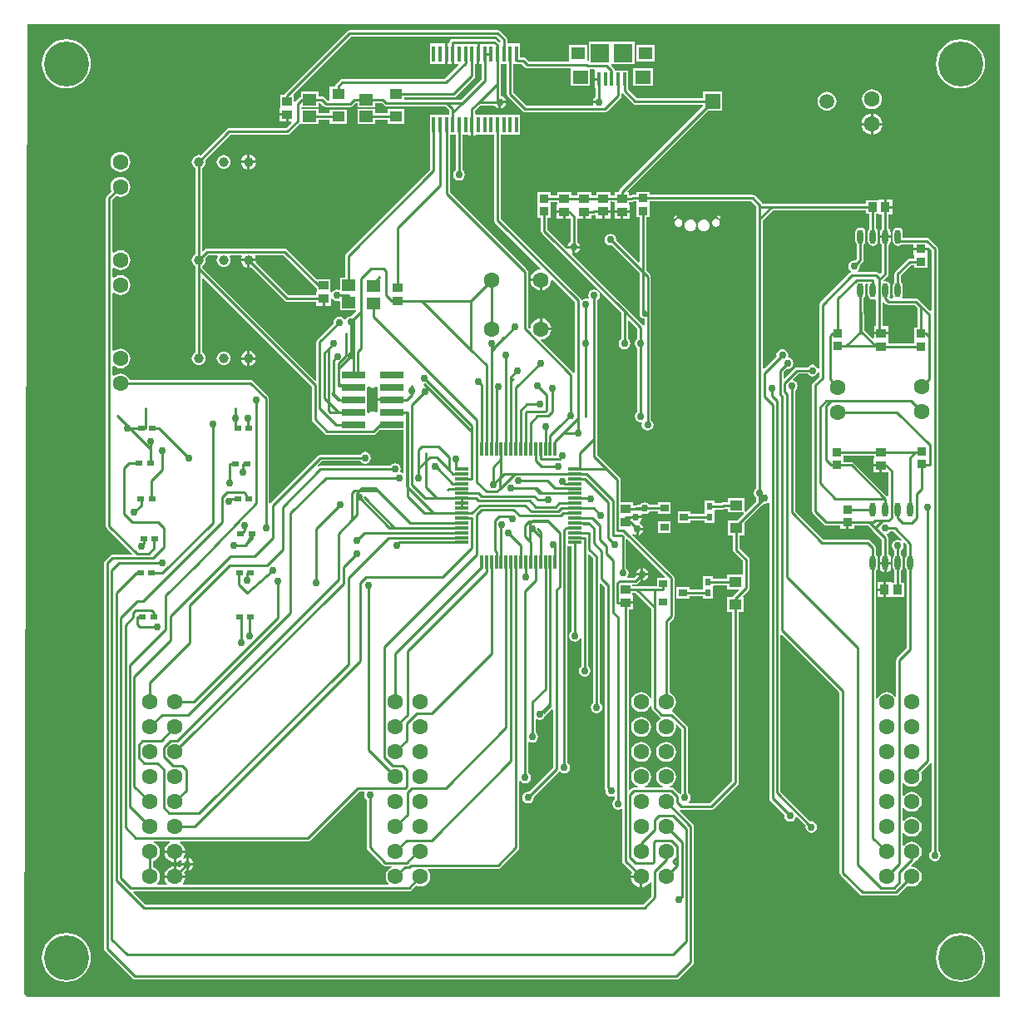
<source format=gtl>
G04*
G04 #@! TF.GenerationSoftware,Altium Limited,Altium Designer,19.1.8 (144)*
G04*
G04 Layer_Physical_Order=1*
G04 Layer_Color=255*
%FSLAX25Y25*%
%MOIN*%
G70*
G01*
G75*
%ADD14C,0.01000*%
%ADD18R,0.02953X0.02362*%
%ADD19R,0.01181X0.06496*%
%ADD20R,0.05315X0.01181*%
%ADD21R,0.01181X0.05315*%
%ADD22O,0.02362X0.05709*%
%ADD23R,0.05315X0.04528*%
%ADD24R,0.03740X0.03347*%
%ADD25R,0.02362X0.02953*%
%ADD26R,0.09449X0.02992*%
%ADD27R,0.03543X0.03150*%
%ADD28R,0.01575X0.05315*%
%ADD29R,0.06299X0.05512*%
%ADD30R,0.05709X0.05118*%
%ADD31R,0.07480X0.07480*%
%ADD32R,0.05118X0.04331*%
%ADD33R,0.03937X0.03543*%
%ADD34R,0.03543X0.03937*%
%ADD58C,0.06299*%
%ADD59C,0.03937*%
%ADD60C,0.05906*%
%ADD61R,0.05906X0.05906*%
%ADD62C,0.18000*%
%ADD63C,0.03000*%
G36*
X389764Y389764D02*
X389764Y0D01*
X0D01*
X-1079Y1079D01*
X-0Y389764D01*
X389764Y389764D01*
D02*
G37*
%LPC*%
G36*
X251378Y381693D02*
X244094D01*
Y375000D01*
X251378D01*
Y381693D01*
D02*
G37*
G36*
X188643Y387505D02*
X129252D01*
X128745Y387404D01*
X128315Y387117D01*
X103264Y362066D01*
X102977Y361636D01*
X102953Y361517D01*
X101445D01*
Y356415D01*
X101233D01*
Y354143D01*
X104201D01*
Y353643D01*
X104701D01*
Y350871D01*
X105716D01*
X105907Y350410D01*
X103703Y348205D01*
X80974D01*
X80467Y348104D01*
X80037Y347817D01*
X69534Y337314D01*
X69463Y337343D01*
X68740Y337438D01*
X68017Y337343D01*
X67344Y337064D01*
X66766Y336620D01*
X66322Y336042D01*
X66043Y335368D01*
X65948Y334646D01*
X66043Y333923D01*
X66322Y333249D01*
X66766Y332671D01*
X67344Y332227D01*
X67415Y332198D01*
Y297723D01*
X67344Y297694D01*
X66766Y297250D01*
X66322Y296672D01*
X66043Y295998D01*
X65948Y295275D01*
X66043Y294553D01*
X66322Y293879D01*
X66766Y293301D01*
X67344Y292857D01*
X67415Y292828D01*
Y291779D01*
Y258353D01*
X67344Y258324D01*
X66766Y257880D01*
X66322Y257302D01*
X66043Y256628D01*
X65948Y255906D01*
X66043Y255183D01*
X66322Y254509D01*
X66766Y253931D01*
X67344Y253487D01*
X68017Y253208D01*
X68740Y253113D01*
X69463Y253208D01*
X70136Y253487D01*
X70715Y253931D01*
X71158Y254509D01*
X71437Y255183D01*
X71533Y255906D01*
X71437Y256628D01*
X71158Y257302D01*
X70715Y257880D01*
X70136Y258324D01*
X70066Y258353D01*
Y287926D01*
X70528Y288118D01*
X114026Y244619D01*
Y231480D01*
X114127Y230972D01*
X114415Y230542D01*
X119315Y225642D01*
X119745Y225355D01*
X120252Y225254D01*
X138661D01*
X139169Y225355D01*
X139599Y225642D01*
X141043Y227087D01*
X150827D01*
Y210131D01*
X150327Y209863D01*
X149903Y210146D01*
X149777Y210171D01*
X149586Y210633D01*
X149618Y210682D01*
X149797Y211579D01*
X149618Y212477D01*
X149110Y213238D01*
X148349Y213746D01*
X147452Y213925D01*
X146555Y213746D01*
X145794Y213238D01*
X145571Y212905D01*
X117552D01*
X117045Y212804D01*
X116719Y212587D01*
X116401Y212975D01*
X118180Y214754D01*
X133571D01*
X133794Y214421D01*
X134555Y213913D01*
X135452Y213735D01*
X136349Y213913D01*
X137110Y214421D01*
X137619Y215182D01*
X137797Y216079D01*
X137619Y216977D01*
X137110Y217738D01*
X136349Y218246D01*
X135452Y218425D01*
X134555Y218246D01*
X133794Y217738D01*
X133571Y217405D01*
X117631D01*
X117123Y217304D01*
X116693Y217017D01*
X97515Y197838D01*
X97477Y197782D01*
X96977Y197934D01*
Y239779D01*
X96877Y240287D01*
X96589Y240717D01*
X90463Y246843D01*
X90033Y247130D01*
X89526Y247231D01*
X41128D01*
X40852Y247897D01*
X40218Y248722D01*
X39393Y249356D01*
X38433Y249753D01*
X37402Y249889D01*
X36371Y249753D01*
X35410Y249356D01*
X34777Y248870D01*
X34277Y249114D01*
Y252697D01*
X34777Y252941D01*
X35410Y252456D01*
X36371Y252058D01*
X37402Y251922D01*
X38433Y252058D01*
X39393Y252456D01*
X40218Y253089D01*
X40852Y253914D01*
X41249Y254874D01*
X41385Y255906D01*
X41249Y256937D01*
X40852Y257897D01*
X40218Y258722D01*
X39393Y259355D01*
X38433Y259753D01*
X37402Y259889D01*
X36371Y259753D01*
X35410Y259355D01*
X34777Y258870D01*
X34277Y259114D01*
Y282067D01*
X34777Y282311D01*
X35410Y281826D01*
X36371Y281428D01*
X37402Y281292D01*
X38433Y281428D01*
X39393Y281826D01*
X40218Y282459D01*
X40852Y283284D01*
X41249Y284244D01*
X41385Y285276D01*
X41249Y286307D01*
X40852Y287267D01*
X40218Y288092D01*
X39393Y288725D01*
X38433Y289124D01*
X37402Y289259D01*
X36371Y289124D01*
X35410Y288725D01*
X34777Y288240D01*
X34277Y288484D01*
Y292067D01*
X34777Y292311D01*
X35410Y291826D01*
X36371Y291428D01*
X37402Y291292D01*
X38433Y291428D01*
X39393Y291826D01*
X40218Y292459D01*
X40852Y293284D01*
X41249Y294245D01*
X41385Y295275D01*
X41249Y296307D01*
X40852Y297267D01*
X40218Y298092D01*
X39393Y298726D01*
X38433Y299124D01*
X37402Y299259D01*
X36371Y299124D01*
X35410Y298726D01*
X34777Y298240D01*
X34277Y298484D01*
Y319647D01*
X35704Y321074D01*
X36371Y320798D01*
X37402Y320662D01*
X38433Y320798D01*
X39393Y321196D01*
X40218Y321829D01*
X40852Y322654D01*
X41249Y323615D01*
X41385Y324646D01*
X41249Y325677D01*
X40852Y326638D01*
X40218Y327463D01*
X39393Y328096D01*
X38433Y328494D01*
X37402Y328629D01*
X36371Y328494D01*
X35410Y328096D01*
X34585Y327463D01*
X33952Y326638D01*
X33554Y325677D01*
X33418Y324646D01*
X33554Y323615D01*
X33830Y322948D01*
X32015Y321133D01*
X31727Y320703D01*
X31626Y320196D01*
Y188634D01*
X31727Y188127D01*
X32015Y187697D01*
X42145Y177567D01*
X41953Y177105D01*
X34152D01*
X33645Y177004D01*
X33215Y176717D01*
X31215Y174717D01*
X30927Y174287D01*
X30827Y173779D01*
Y19279D01*
X30927Y18772D01*
X31215Y18342D01*
X42315Y7242D01*
X42745Y6955D01*
X43252Y6854D01*
X260252D01*
X260759Y6955D01*
X261189Y7242D01*
X266889Y12942D01*
X267177Y13372D01*
X267277Y13880D01*
Y68221D01*
X267177Y68729D01*
X266889Y69159D01*
X261602Y74446D01*
X261848Y74907D01*
X262113Y74854D01*
X274115D01*
X274622Y74955D01*
X275052Y75242D01*
X284776Y84966D01*
X285063Y85396D01*
X285164Y85903D01*
Y154353D01*
X287185D01*
Y160259D01*
X286959D01*
X286768Y160721D01*
X289089Y163042D01*
X289376Y163472D01*
X289477Y163979D01*
Y175180D01*
X289376Y175687D01*
X289089Y176117D01*
X285577Y179629D01*
Y185039D01*
X287598D01*
Y190152D01*
X294489Y197042D01*
X295160Y197713D01*
X295552Y197634D01*
X296449Y197813D01*
X296926Y198132D01*
X297427Y197864D01*
Y79580D01*
X297527Y79072D01*
X297815Y78642D01*
X303485Y72972D01*
X303407Y72579D01*
X303585Y71682D01*
X304094Y70921D01*
X304855Y70413D01*
X305752Y70235D01*
X306649Y70413D01*
X307410Y70921D01*
X307919Y71682D01*
X307957Y71876D01*
X308436Y72021D01*
X311985Y68472D01*
X311907Y68080D01*
X312085Y67182D01*
X312594Y66421D01*
X313355Y65913D01*
X314252Y65734D01*
X315149Y65913D01*
X315910Y66421D01*
X316419Y67182D01*
X316597Y68080D01*
X316419Y68977D01*
X315910Y69738D01*
X315149Y70246D01*
X314252Y70425D01*
X313860Y70346D01*
X301877Y82329D01*
Y145026D01*
X302339Y145218D01*
X325626Y121931D01*
Y49595D01*
X325727Y49088D01*
X326015Y48658D01*
X333749Y40924D01*
X334179Y40636D01*
X334686Y40535D01*
X348239D01*
X348746Y40636D01*
X349176Y40924D01*
X352791Y44538D01*
X353457Y44262D01*
X354488Y44127D01*
X355519Y44262D01*
X356480Y44660D01*
X357305Y45293D01*
X357938Y46119D01*
X358336Y47079D01*
X358472Y48110D01*
X358336Y49141D01*
X357938Y50102D01*
X357305Y50927D01*
X356480Y51560D01*
X355519Y51958D01*
X354488Y52094D01*
X354284Y52067D01*
X354063Y52516D01*
X355425Y53878D01*
X355713Y54308D01*
X355720Y54346D01*
X356480Y54660D01*
X357305Y55293D01*
X357938Y56119D01*
X358336Y57079D01*
X358472Y58110D01*
X358336Y59141D01*
X357938Y60102D01*
X357305Y60927D01*
X356480Y61560D01*
X355519Y61958D01*
X354488Y62094D01*
X353457Y61958D01*
X352496Y61560D01*
X351671Y60927D01*
X351377Y60544D01*
X350877Y60714D01*
Y65507D01*
X351377Y65676D01*
X351671Y65293D01*
X352496Y64660D01*
X353457Y64262D01*
X354488Y64127D01*
X355519Y64262D01*
X356480Y64660D01*
X357305Y65293D01*
X357938Y66119D01*
X358336Y67079D01*
X358472Y68110D01*
X358336Y69141D01*
X357938Y70102D01*
X357305Y70927D01*
X356480Y71560D01*
X355519Y71958D01*
X354488Y72094D01*
X353457Y71958D01*
X352496Y71560D01*
X351671Y70927D01*
X351377Y70544D01*
X350877Y70714D01*
Y75507D01*
X351377Y75676D01*
X351671Y75293D01*
X352496Y74660D01*
X353457Y74262D01*
X354488Y74127D01*
X355519Y74262D01*
X356480Y74660D01*
X357305Y75293D01*
X357938Y76118D01*
X358336Y77079D01*
X358472Y78110D01*
X358336Y79141D01*
X357938Y80102D01*
X357305Y80927D01*
X356480Y81560D01*
X355519Y81958D01*
X354488Y82094D01*
X353457Y81958D01*
X352496Y81560D01*
X351671Y80927D01*
X351377Y80544D01*
X350877Y80714D01*
Y85507D01*
X351377Y85676D01*
X351671Y85293D01*
X352496Y84660D01*
X353457Y84262D01*
X354488Y84127D01*
X355519Y84262D01*
X356480Y84660D01*
X357305Y85293D01*
X357938Y86119D01*
X358336Y87079D01*
X358472Y88110D01*
X358336Y89141D01*
X358060Y89808D01*
X361889Y93637D01*
X361927Y93693D01*
X362426Y93541D01*
Y58560D01*
X362094Y58338D01*
X361585Y57577D01*
X361407Y56679D01*
X361585Y55782D01*
X362094Y55021D01*
X362855Y54513D01*
X363752Y54334D01*
X364649Y54513D01*
X365410Y55021D01*
X365918Y55782D01*
X366097Y56679D01*
X365918Y57577D01*
X365410Y58338D01*
X365077Y58560D01*
Y299780D01*
X364977Y300287D01*
X364689Y300717D01*
X361489Y303917D01*
X361059Y304204D01*
X360552Y304305D01*
X350920D01*
Y306353D01*
X350768Y307121D01*
X350333Y307772D01*
X349681Y308207D01*
X348913Y308360D01*
X348145Y308207D01*
X347494Y307772D01*
X347059Y307121D01*
X346906Y306353D01*
Y303006D01*
X347059Y302238D01*
X347494Y301587D01*
X348145Y301152D01*
X348913Y300999D01*
X349681Y301152D01*
X350333Y301587D01*
X350377Y301654D01*
X355143D01*
Y300310D01*
X361342D01*
X361345Y300312D01*
X362426Y299231D01*
Y275087D01*
X361927Y274880D01*
X359139Y277667D01*
X357189Y279617D01*
X356759Y279904D01*
X356252Y280005D01*
X350850D01*
X350583Y280505D01*
X350768Y280782D01*
X350920Y281550D01*
Y284896D01*
X350768Y285664D01*
X350333Y286315D01*
X350239Y286378D01*
Y289230D01*
X354375Y293367D01*
X355356D01*
Y292231D01*
X360671D01*
Y297137D01*
X360883D01*
Y299310D01*
X355143D01*
Y297137D01*
X355356D01*
Y296018D01*
X353826D01*
X353319Y295917D01*
X352889Y295629D01*
X347976Y290717D01*
X347689Y290287D01*
X347588Y289779D01*
Y286378D01*
X347494Y286315D01*
X347059Y285664D01*
X346906Y284896D01*
Y281550D01*
X347059Y280782D01*
X347244Y280505D01*
X346977Y280005D01*
X345850D01*
X345583Y280505D01*
X345768Y280782D01*
X345920Y281550D01*
Y284896D01*
X345768Y285664D01*
X345333Y286315D01*
X344681Y286751D01*
X343913Y286903D01*
X343421Y286805D01*
X343174Y287266D01*
X344851Y288942D01*
X345138Y289372D01*
X345239Y289879D01*
Y301269D01*
X345486Y301434D01*
X345968Y302155D01*
X346137Y303006D01*
Y304180D01*
X341689D01*
Y303006D01*
X341859Y302155D01*
X342341Y301434D01*
X342588Y301269D01*
Y290429D01*
X341725Y289566D01*
X341189Y290102D01*
X340759Y290389D01*
X340252Y290490D01*
X332966D01*
X332814Y290990D01*
X333010Y291121D01*
X333519Y291882D01*
X333697Y292779D01*
X333619Y293172D01*
X334851Y294404D01*
X335138Y294834D01*
X335239Y295341D01*
Y301524D01*
X335333Y301587D01*
X335768Y302238D01*
X335920Y303006D01*
Y306353D01*
X335768Y307121D01*
X335333Y307772D01*
X334681Y308207D01*
X333913Y308360D01*
X333145Y308207D01*
X332494Y307772D01*
X332059Y307121D01*
X331906Y306353D01*
Y303006D01*
X332059Y302238D01*
X332494Y301587D01*
X332588Y301524D01*
Y295890D01*
X331745Y295046D01*
X331352Y295125D01*
X330455Y294946D01*
X329694Y294438D01*
X329185Y293677D01*
X329007Y292779D01*
X329185Y291882D01*
X329694Y291121D01*
X330027Y290898D01*
X330028Y290665D01*
X329960Y290342D01*
X329600Y290102D01*
X317715Y278217D01*
X317427Y277787D01*
X317326Y277279D01*
Y251986D01*
X316827Y251937D01*
X316818Y251977D01*
X316310Y252738D01*
X315549Y253246D01*
X314652Y253425D01*
X313755Y253246D01*
X312994Y252738D01*
X312771Y252405D01*
X308552D01*
X308045Y252304D01*
X307615Y252017D01*
X303539Y247941D01*
X303077Y248133D01*
Y250430D01*
X304360Y251712D01*
X304752Y251635D01*
X305649Y251813D01*
X306410Y252321D01*
X306919Y253082D01*
X307097Y253979D01*
X306919Y254877D01*
X306410Y255638D01*
X305649Y256146D01*
X305267Y256222D01*
X304903Y256804D01*
X304997Y257279D01*
X304819Y258177D01*
X304310Y258938D01*
X303549Y259446D01*
X302652Y259625D01*
X301755Y259446D01*
X300994Y258938D01*
X300485Y258177D01*
X300307Y257279D01*
X300385Y256887D01*
X295339Y251841D01*
X294877Y252033D01*
Y311230D01*
X298873Y315226D01*
X336097D01*
Y313795D01*
X337331D01*
Y310737D01*
X337431Y310230D01*
X337588Y309996D01*
Y307835D01*
X337494Y307772D01*
X337059Y307121D01*
X336906Y306353D01*
Y303006D01*
X337059Y302238D01*
X337494Y301587D01*
X338145Y301152D01*
X338913Y300999D01*
X339681Y301152D01*
X340333Y301587D01*
X340768Y302238D01*
X340920Y303006D01*
Y306353D01*
X340768Y307121D01*
X340333Y307772D01*
X340239Y307835D01*
Y310479D01*
X340138Y310987D01*
X339981Y311221D01*
Y313795D01*
X341199D01*
Y313583D01*
X342645D01*
Y308129D01*
X342341Y307925D01*
X341859Y307204D01*
X341689Y306353D01*
Y305180D01*
X346137D01*
Y306353D01*
X345968Y307204D01*
X345486Y307925D01*
X345296Y308052D01*
Y313583D01*
X346742D01*
Y316051D01*
X343971D01*
Y316551D01*
X343471D01*
Y319520D01*
X341199D01*
Y319307D01*
X336097D01*
Y317877D01*
X294779D01*
X294777Y317887D01*
X294489Y318317D01*
X291689Y321117D01*
X291259Y321404D01*
X290752Y321505D01*
X249315D01*
Y322640D01*
X244000D01*
Y321505D01*
X242498D01*
X241990Y321404D01*
X241923Y321359D01*
X241104D01*
Y322593D01*
X240770D01*
X240579Y323055D01*
X272827Y355302D01*
X278457D01*
Y362808D01*
X270952D01*
Y360381D01*
X244144D01*
X240696Y363829D01*
Y364370D01*
X240945D01*
Y371260D01*
X235577D01*
Y371280D01*
X235476Y371787D01*
X235189Y372217D01*
X234087Y373319D01*
X234294Y373819D01*
X234449D01*
X234555Y373819D01*
X243504D01*
Y382874D01*
X234555D01*
X234449Y382874D01*
X234055D01*
X233949Y382874D01*
X225000D01*
Y375461D01*
X224881Y375381D01*
X224660Y375322D01*
X224410Y375552D01*
Y381693D01*
X217126D01*
X217126Y375000D01*
X216665Y374905D01*
X201101D01*
X199689Y376317D01*
X199259Y376604D01*
X198752Y376705D01*
X197539D01*
Y382087D01*
X192369D01*
Y383780D01*
X192268Y384287D01*
X191981Y384717D01*
X189581Y387117D01*
X189151Y387404D01*
X188643Y387505D01*
D02*
G37*
G36*
X250787Y372244D02*
X242913D01*
Y365157D01*
X250787D01*
Y372244D01*
D02*
G37*
G36*
X374016Y383863D02*
X372095Y383674D01*
X370247Y383114D01*
X368545Y382204D01*
X367053Y380979D01*
X365828Y379487D01*
X364918Y377784D01*
X364358Y375937D01*
X364168Y374016D01*
X364358Y372095D01*
X364918Y370247D01*
X365828Y368545D01*
X367053Y367053D01*
X368545Y365828D01*
X370247Y364918D01*
X372095Y364357D01*
X374016Y364168D01*
X375937Y364357D01*
X377784Y364918D01*
X379487Y365828D01*
X380979Y367053D01*
X382204Y368545D01*
X383114Y370247D01*
X383674Y372095D01*
X383863Y374016D01*
X383674Y375937D01*
X383114Y377784D01*
X382204Y379487D01*
X380979Y380979D01*
X379487Y382204D01*
X377784Y383114D01*
X375937Y383674D01*
X374016Y383863D01*
D02*
G37*
G36*
X15748D02*
X13827Y383674D01*
X11980Y383114D01*
X10277Y382204D01*
X8785Y380979D01*
X7560Y379487D01*
X6650Y377784D01*
X6090Y375937D01*
X5900Y374016D01*
X6090Y372095D01*
X6650Y370247D01*
X7560Y368545D01*
X8785Y367053D01*
X10277Y365828D01*
X11980Y364918D01*
X13827Y364357D01*
X15748Y364168D01*
X17669Y364357D01*
X19516Y364918D01*
X21219Y365828D01*
X22711Y367053D01*
X23936Y368545D01*
X24846Y370247D01*
X25406Y372095D01*
X25595Y374016D01*
X25406Y375937D01*
X24846Y377784D01*
X23936Y379487D01*
X22711Y380979D01*
X21219Y382204D01*
X19516Y383114D01*
X17669Y383674D01*
X15748Y383863D01*
D02*
G37*
G36*
X338583Y363826D02*
X337552Y363690D01*
X336591Y363293D01*
X335766Y362659D01*
X335133Y361834D01*
X334735Y360874D01*
X334599Y359842D01*
X334735Y358811D01*
X335133Y357851D01*
X335766Y357026D01*
X336591Y356393D01*
X337552Y355995D01*
X338583Y355859D01*
X339614Y355995D01*
X340575Y356393D01*
X341400Y357026D01*
X342033Y357851D01*
X342431Y358811D01*
X342566Y359842D01*
X342431Y360874D01*
X342033Y361834D01*
X341400Y362659D01*
X340575Y363293D01*
X339614Y363690D01*
X338583Y363826D01*
D02*
G37*
G36*
X320571Y362840D02*
X319591Y362711D01*
X318678Y362333D01*
X317895Y361732D01*
X317293Y360948D01*
X316915Y360035D01*
X316786Y359055D01*
X316915Y358075D01*
X317293Y357163D01*
X317895Y356379D01*
X318678Y355777D01*
X319591Y355399D01*
X320571Y355270D01*
X321551Y355399D01*
X322463Y355777D01*
X323248Y356379D01*
X323849Y357163D01*
X324227Y358075D01*
X324356Y359055D01*
X324227Y360035D01*
X323849Y360948D01*
X323248Y361732D01*
X322463Y362333D01*
X321551Y362711D01*
X320571Y362840D01*
D02*
G37*
G36*
X103701Y353143D02*
X101233D01*
Y350871D01*
X103701D01*
Y353143D01*
D02*
G37*
G36*
X339083Y353962D02*
Y350342D01*
X342702D01*
X342626Y350926D01*
X342207Y351935D01*
X341542Y352802D01*
X340675Y353467D01*
X339666Y353885D01*
X339083Y353962D01*
D02*
G37*
G36*
X338083D02*
X337499Y353885D01*
X336490Y353467D01*
X335623Y352802D01*
X334958Y351935D01*
X334540Y350926D01*
X334463Y350342D01*
X338083D01*
Y353962D01*
D02*
G37*
G36*
X342702Y349342D02*
X339083D01*
Y345723D01*
X339666Y345800D01*
X340675Y346218D01*
X341542Y346883D01*
X342207Y347750D01*
X342626Y348759D01*
X342702Y349342D01*
D02*
G37*
G36*
X338083D02*
X334463D01*
X334540Y348759D01*
X334958Y347750D01*
X335623Y346883D01*
X336490Y346218D01*
X337499Y345800D01*
X338083Y345723D01*
Y349342D01*
D02*
G37*
G36*
X37402Y338629D02*
X36371Y338494D01*
X35410Y338096D01*
X34585Y337463D01*
X33952Y336638D01*
X33554Y335677D01*
X33418Y334646D01*
X33554Y333615D01*
X33952Y332654D01*
X34585Y331829D01*
X35410Y331196D01*
X36371Y330798D01*
X37402Y330662D01*
X38433Y330798D01*
X39393Y331196D01*
X40218Y331829D01*
X40852Y332654D01*
X41249Y333615D01*
X41385Y334646D01*
X41249Y335677D01*
X40852Y336638D01*
X40218Y337463D01*
X39393Y338096D01*
X38433Y338494D01*
X37402Y338629D01*
D02*
G37*
G36*
X346742Y319520D02*
X344471D01*
Y317051D01*
X346742D01*
Y319520D01*
D02*
G37*
G36*
X89240Y258834D02*
Y256405D01*
X91668D01*
X91632Y256680D01*
X91333Y257403D01*
X90857Y258023D01*
X90237Y258499D01*
X89515Y258798D01*
X89240Y258834D01*
D02*
G37*
G36*
X88240D02*
X87965Y258798D01*
X87243Y258499D01*
X86623Y258023D01*
X86147Y257403D01*
X85848Y256680D01*
X85812Y256405D01*
X88240D01*
Y258834D01*
D02*
G37*
G36*
X78740Y258698D02*
X78017Y258603D01*
X77344Y258324D01*
X76766Y257880D01*
X76322Y257302D01*
X76043Y256628D01*
X75948Y255906D01*
X76043Y255183D01*
X76322Y254509D01*
X76766Y253931D01*
X77344Y253487D01*
X78017Y253208D01*
X78740Y253113D01*
X79463Y253208D01*
X80136Y253487D01*
X80715Y253931D01*
X81159Y254509D01*
X81437Y255183D01*
X81533Y255906D01*
X81437Y256628D01*
X81159Y257302D01*
X80715Y257880D01*
X80136Y258324D01*
X79463Y258603D01*
X78740Y258698D01*
D02*
G37*
G36*
X91668Y255405D02*
X89240D01*
Y252977D01*
X89515Y253013D01*
X90237Y253313D01*
X90857Y253788D01*
X91333Y254409D01*
X91632Y255131D01*
X91668Y255405D01*
D02*
G37*
G36*
X88240D02*
X85812D01*
X85848Y255131D01*
X86147Y254409D01*
X86623Y253788D01*
X87243Y253313D01*
X87965Y253013D01*
X88240Y252977D01*
Y255405D01*
D02*
G37*
G36*
X374016Y25596D02*
X372095Y25406D01*
X370247Y24846D01*
X368545Y23936D01*
X367053Y22711D01*
X365828Y21219D01*
X364918Y19517D01*
X364358Y17669D01*
X364168Y15748D01*
X364358Y13827D01*
X364918Y11980D01*
X365828Y10277D01*
X367053Y8785D01*
X368545Y7560D01*
X370247Y6650D01*
X372095Y6090D01*
X374016Y5901D01*
X375937Y6090D01*
X377784Y6650D01*
X379487Y7560D01*
X380979Y8785D01*
X382204Y10277D01*
X383114Y11980D01*
X383674Y13827D01*
X383863Y15748D01*
X383674Y17669D01*
X383114Y19517D01*
X382204Y21219D01*
X380979Y22711D01*
X379487Y23936D01*
X377784Y24846D01*
X375937Y25406D01*
X374016Y25596D01*
D02*
G37*
G36*
X15748D02*
X13827Y25406D01*
X11980Y24846D01*
X10277Y23936D01*
X8785Y22711D01*
X7560Y21219D01*
X6650Y19517D01*
X6090Y17669D01*
X5900Y15748D01*
X6090Y13827D01*
X6650Y11980D01*
X7560Y10277D01*
X8785Y8785D01*
X10277Y7560D01*
X11980Y6650D01*
X13827Y6090D01*
X15748Y5901D01*
X17669Y6090D01*
X19516Y6650D01*
X21219Y7560D01*
X22711Y8785D01*
X23936Y10277D01*
X24846Y11980D01*
X25406Y13827D01*
X25595Y15748D01*
X25406Y17669D01*
X24846Y19517D01*
X23936Y21219D01*
X22711Y22711D01*
X21219Y23936D01*
X19516Y24846D01*
X17669Y25406D01*
X15748Y25596D01*
D02*
G37*
%LPD*%
G36*
X189691Y383257D02*
X189641Y382774D01*
X189206Y382600D01*
X188189Y383617D01*
X187759Y383904D01*
X187252Y384005D01*
X170571D01*
X170064Y383904D01*
X169634Y383617D01*
X169346Y383187D01*
X169246Y382680D01*
Y382299D01*
X168512D01*
Y378051D01*
Y373803D01*
X170071D01*
Y378051D01*
X171071D01*
Y373803D01*
X172161D01*
Y374016D01*
X172761D01*
X172952Y373554D01*
X167304Y367905D01*
X126252D01*
X125745Y367804D01*
X125315Y367517D01*
X123711Y365913D01*
X123423Y365483D01*
X123322Y364976D01*
Y364796D01*
X121301D01*
Y359305D01*
X120367D01*
X118989Y360683D01*
X118559Y360970D01*
X118052Y361071D01*
X116745D01*
Y362797D01*
X109856D01*
Y360992D01*
X109745Y360970D01*
X109315Y360683D01*
X107515Y358883D01*
X107457Y358797D01*
X106957Y358948D01*
Y361517D01*
X106957D01*
X106813Y361866D01*
X129801Y384854D01*
X188094D01*
X189691Y383257D01*
D02*
G37*
G36*
X181307Y373803D02*
X182041D01*
Y367924D01*
X173822Y359705D01*
X151218D01*
Y360560D01*
X170953D01*
X171460Y360661D01*
X171890Y360949D01*
X179185Y368244D01*
X179472Y368674D01*
X179573Y369181D01*
Y373803D01*
X180307D01*
Y378051D01*
X181307D01*
Y373803D01*
D02*
G37*
G36*
X199615Y372642D02*
X200045Y372355D01*
X200552Y372254D01*
X217221D01*
X217717Y372244D01*
Y365157D01*
X225591D01*
Y371954D01*
X227302D01*
X227346Y371472D01*
X227346D01*
Y368315D01*
X229134D01*
Y367315D01*
X227346D01*
Y364158D01*
X227808D01*
Y360801D01*
X227331Y360482D01*
X226779Y359655D01*
X226684Y359179D01*
X229134D01*
Y358179D01*
X226684D01*
X226779Y357704D01*
X226845Y357605D01*
X226609Y357164D01*
X200192D01*
X194928Y362429D01*
Y374016D01*
X197539D01*
Y374054D01*
X198203D01*
X199615Y372642D01*
D02*
G37*
G36*
X143015Y357442D02*
X143445Y357155D01*
X143952Y357054D01*
X167703D01*
X169246Y355511D01*
Y353543D01*
X161516D01*
Y345473D01*
X161568D01*
Y331658D01*
X127827Y297917D01*
X127539Y297487D01*
X127438Y296979D01*
Y288180D01*
X125319D01*
Y283788D01*
X124819Y283412D01*
X124252Y283525D01*
X123354Y283346D01*
X122594Y282838D01*
X122295Y282391D01*
X121795Y282543D01*
Y282585D01*
X121583D01*
Y287688D01*
X116071D01*
X116071Y287688D01*
Y287688D01*
X115696Y287959D01*
X104138Y299517D01*
X103708Y299804D01*
X103201Y299905D01*
X72044D01*
X71537Y299804D01*
X71107Y299517D01*
X70528Y298937D01*
X70066Y299129D01*
Y332198D01*
X70136Y332227D01*
X70715Y332671D01*
X71158Y333249D01*
X71437Y333923D01*
X71533Y334646D01*
X71437Y335368D01*
X71408Y335439D01*
X81523Y345554D01*
X104252D01*
X104759Y345655D01*
X105189Y345942D01*
X109356Y350109D01*
X109498Y350095D01*
X109856Y349940D01*
Y349805D01*
X116745D01*
Y351530D01*
X118580D01*
X118919Y351463D01*
X121301D01*
Y349836D01*
X127994D01*
Y355741D01*
X121301D01*
Y354114D01*
X119191D01*
X118852Y354181D01*
X116745D01*
Y355907D01*
X110099Y355907D01*
X109869Y356301D01*
X110099Y356694D01*
X116745D01*
Y358420D01*
X117503D01*
X118881Y357042D01*
X119311Y356755D01*
X119818Y356654D01*
X129352D01*
X129859Y356755D01*
X130289Y357042D01*
X131667Y358420D01*
X132511D01*
Y356694D01*
X139401D01*
Y358420D01*
X142037D01*
X143015Y357442D01*
D02*
G37*
G36*
X192277Y361879D02*
X192378Y361372D01*
X192665Y360942D01*
X198706Y354902D01*
X199136Y354614D01*
X199643Y354514D01*
X231411D01*
X231919Y354614D01*
X232349Y354902D01*
X237748Y360301D01*
X238036Y360731D01*
X238136Y361239D01*
Y361932D01*
X238636Y362139D01*
X242657Y358118D01*
X243087Y357831D01*
X243595Y357730D01*
X270952D01*
Y357177D01*
X237410Y323635D01*
X237123Y323205D01*
X237022Y322698D01*
Y322593D01*
X235592D01*
Y321359D01*
X234792D01*
X234552Y321407D01*
X233666D01*
Y322641D01*
X228154D01*
Y321407D01*
X227053D01*
X226546Y321306D01*
X226545Y321306D01*
X226012D01*
Y322539D01*
X220500D01*
Y321306D01*
X218012D01*
Y322539D01*
X212500D01*
Y321306D01*
X209913D01*
Y322441D01*
X204598D01*
Y317520D01*
X204598D01*
Y317323D01*
X204598D01*
Y312402D01*
X205930D01*
Y306979D01*
X206031Y306472D01*
X206319Y306042D01*
X238022Y274339D01*
Y263760D01*
X237690Y263538D01*
X237181Y262777D01*
X237003Y261879D01*
X237181Y260982D01*
X237690Y260221D01*
X238451Y259713D01*
X239348Y259535D01*
X240245Y259713D01*
X241006Y260221D01*
X241514Y260982D01*
X241693Y261879D01*
X241514Y262777D01*
X241006Y263538D01*
X240673Y263760D01*
Y271034D01*
X241135Y271226D01*
X244527Y267834D01*
Y263760D01*
X244194Y263538D01*
X243685Y262777D01*
X243507Y261879D01*
X243685Y260982D01*
X244194Y260221D01*
X244527Y259999D01*
Y234560D01*
X244194Y234338D01*
X243685Y233577D01*
X243507Y232680D01*
X243685Y231782D01*
X244194Y231021D01*
X244955Y230513D01*
X245852Y230334D01*
X246063Y230377D01*
X246439Y229941D01*
X246307Y229279D01*
X246485Y228382D01*
X246994Y227621D01*
X247755Y227113D01*
X248652Y226935D01*
X249549Y227113D01*
X250310Y227621D01*
X250818Y228382D01*
X250997Y229279D01*
X250818Y230177D01*
X250310Y230938D01*
X249977Y231160D01*
Y273368D01*
Y288680D01*
X249876Y289187D01*
X249589Y289617D01*
X247983Y291223D01*
Y312601D01*
X249315D01*
Y317522D01*
X249315D01*
Y317719D01*
X249315D01*
Y318854D01*
X290203D01*
X292227Y316831D01*
Y311779D01*
Y203860D01*
X291894Y203638D01*
X291385Y202877D01*
X291207Y201979D01*
X291385Y201082D01*
X291894Y200321D01*
X292227Y200099D01*
Y198529D01*
X288098Y194401D01*
X287598Y194608D01*
Y200000D01*
X280906D01*
Y198373D01*
X279046D01*
X278539Y198272D01*
X278109Y197985D01*
X278103Y197979D01*
X275472D01*
Y198917D01*
X271535D01*
Y194889D01*
X271535Y194390D01*
X271535Y193805D01*
X271182Y193451D01*
X265802D01*
Y194488D01*
X260683D01*
Y189763D01*
X265802D01*
Y190800D01*
X271535D01*
Y189862D01*
X275472D01*
Y193889D01*
X275472Y194389D01*
X275472Y194974D01*
X275826Y195328D01*
X278652D01*
X279159Y195429D01*
X279589Y195716D01*
X279595Y195722D01*
X280906D01*
Y194095D01*
X287085D01*
X287293Y193595D01*
X284643Y190945D01*
X280906D01*
Y185039D01*
X282927D01*
Y179079D01*
X283027Y178572D01*
X283315Y178142D01*
X286826Y174630D01*
Y169314D01*
X280492D01*
Y167687D01*
X274904D01*
Y168625D01*
X270967D01*
Y164597D01*
X270967Y164098D01*
X270967Y163513D01*
X270614Y163159D01*
X265388D01*
Y164196D01*
X260270D01*
Y159471D01*
X265388D01*
Y160508D01*
X270967D01*
Y159570D01*
X274904D01*
Y163598D01*
X274904Y164097D01*
X274904Y164682D01*
X275258Y165036D01*
X280492D01*
Y163409D01*
X285053D01*
X285245Y162947D01*
X282902Y160604D01*
X282671Y160259D01*
X280492D01*
Y154353D01*
X282513D01*
Y86452D01*
X273566Y77505D01*
X265188D01*
X265036Y78005D01*
X265210Y78121D01*
X265719Y78882D01*
X265897Y79779D01*
X265719Y80677D01*
X265210Y81438D01*
X264877Y81660D01*
Y107780D01*
X264776Y108287D01*
X264489Y108717D01*
X259189Y114017D01*
X258759Y114304D01*
X258483Y114359D01*
X258359Y114894D01*
X258880Y115293D01*
X259513Y116119D01*
X259911Y117079D01*
X260047Y118110D01*
X259911Y119141D01*
X259513Y120102D01*
X258880Y120927D01*
X258055Y121560D01*
X257388Y121836D01*
Y149942D01*
X258989Y151542D01*
X259277Y151972D01*
X259377Y152480D01*
Y167780D01*
X259277Y168287D01*
X258989Y168717D01*
X242432Y185274D01*
X242751Y185662D01*
X243513Y185153D01*
X243988Y185059D01*
Y187508D01*
X244488D01*
Y188008D01*
X246937D01*
X246843Y188484D01*
X246290Y189311D01*
X245501Y189838D01*
X245446Y190059D01*
X245416Y190382D01*
X245708Y190577D01*
X246260Y191404D01*
X246355Y191879D01*
X243905D01*
Y192879D01*
X246355D01*
X246271Y193301D01*
X246391Y193475D01*
X246633Y193697D01*
X247452Y193535D01*
X248349Y193713D01*
X249110Y194221D01*
X249323Y194541D01*
X252810D01*
Y193504D01*
X257928D01*
Y198228D01*
X252810D01*
Y197191D01*
X249342D01*
X249110Y197538D01*
X248349Y198046D01*
X247452Y198225D01*
X246555Y198046D01*
X245794Y197538D01*
X245504Y197104D01*
X243022Y197007D01*
X242661Y197354D01*
Y198118D01*
X237877D01*
Y207314D01*
X237776Y207821D01*
X237489Y208251D01*
X233189Y212551D01*
X228477Y217263D01*
Y223480D01*
Y279299D01*
X228810Y279521D01*
X229318Y280282D01*
X229497Y281179D01*
X229318Y282077D01*
X228810Y282838D01*
X228049Y283346D01*
X227152Y283525D01*
X226255Y283346D01*
X225494Y282838D01*
X224985Y282077D01*
X224807Y281179D01*
X224985Y280282D01*
X225056Y280176D01*
X225016Y280091D01*
X224726Y279771D01*
X223952Y279925D01*
X223055Y279746D01*
X222501Y279376D01*
X221960Y279559D01*
X221954Y279566D01*
X221943Y279621D01*
X221655Y280051D01*
X189810Y311896D01*
Y345473D01*
X197539D01*
Y353543D01*
X179839D01*
Y353756D01*
X179573D01*
Y355230D01*
X181697Y357354D01*
X187263D01*
X187582Y356877D01*
X188409Y356325D01*
X188884Y356230D01*
Y358680D01*
X189384D01*
Y359179D01*
X191834D01*
X191739Y359655D01*
X191187Y360482D01*
X190360Y361034D01*
X189810Y361144D01*
Y366016D01*
Y373803D01*
X190075D01*
Y374016D01*
X192277D01*
Y361879D01*
D02*
G37*
G36*
X178748Y345260D02*
X179839D01*
Y345473D01*
X187159D01*
Y311347D01*
X187260Y310840D01*
X187547Y310410D01*
X205887Y292070D01*
X205691Y291559D01*
X204822Y291444D01*
X203813Y291026D01*
X202946Y290361D01*
X202281Y289494D01*
X201863Y288485D01*
X201786Y287901D01*
X205906D01*
Y287402D01*
X206406D01*
Y283282D01*
X206989Y283359D01*
X207998Y283777D01*
X208865Y284442D01*
X209530Y285309D01*
X209948Y286318D01*
X210063Y287187D01*
X210574Y287383D01*
X219393Y278564D01*
Y250162D01*
X218893Y250012D01*
X218689Y250317D01*
X205971Y263035D01*
X206150Y263563D01*
X206989Y263674D01*
X207998Y264092D01*
X208865Y264757D01*
X209530Y265624D01*
X209948Y266633D01*
X210025Y267216D01*
X205906D01*
Y267717D01*
X205406D01*
Y271836D01*
X204822Y271759D01*
X203813Y271341D01*
X202946Y270676D01*
X202281Y269809D01*
X201863Y268800D01*
X201752Y267961D01*
X201224Y267781D01*
X200677Y268329D01*
Y290680D01*
X200576Y291187D01*
X200289Y291617D01*
X169337Y322569D01*
Y345473D01*
X171804D01*
Y331438D01*
X171472Y331216D01*
X170963Y330455D01*
X170785Y329557D01*
X170963Y328660D01*
X171472Y327899D01*
X172232Y327391D01*
X173130Y327213D01*
X174027Y327391D01*
X174788Y327899D01*
X175296Y328660D01*
X175475Y329557D01*
X175296Y330455D01*
X174788Y331216D01*
X174455Y331438D01*
Y345473D01*
X176657D01*
Y345260D01*
X177748D01*
Y349508D01*
X178748D01*
Y345260D01*
D02*
G37*
G36*
X244000Y317719D02*
X244000D01*
Y317522D01*
X244000D01*
Y312601D01*
X245332D01*
Y294527D01*
X244870Y294336D01*
X236019Y303187D01*
X236097Y303579D01*
X235918Y304477D01*
X235410Y305238D01*
X234649Y305746D01*
X233752Y305925D01*
X232855Y305746D01*
X232094Y305238D01*
X231585Y304477D01*
X231407Y303579D01*
X231585Y302682D01*
X232094Y301921D01*
X232855Y301413D01*
X233752Y301235D01*
X234144Y301312D01*
X245332Y290125D01*
Y275362D01*
Y273368D01*
X245433Y272861D01*
X245721Y272431D01*
X246150Y272143D01*
X246658Y272042D01*
X247326D01*
Y269417D01*
X246827Y269265D01*
X246789Y269321D01*
X240285Y275825D01*
X218466Y297643D01*
X218584Y297863D01*
Y300079D01*
X216367D01*
X216147Y299962D01*
X208581Y307529D01*
Y312402D01*
X209913D01*
Y317323D01*
X209913D01*
Y317520D01*
X209913D01*
Y318655D01*
X212500D01*
Y317437D01*
X212287D01*
Y315165D01*
X215256D01*
Y314665D01*
X215756D01*
Y311894D01*
X217758D01*
Y302701D01*
X217281Y302382D01*
X216729Y301555D01*
X216634Y301080D01*
X221533D01*
X221439Y301555D01*
X220886Y302382D01*
X220409Y302701D01*
Y311894D01*
X222756D01*
Y314665D01*
X223756D01*
Y311894D01*
X226224D01*
Y313340D01*
X226952D01*
X227459Y313441D01*
X227941Y313330D01*
Y311995D01*
X230410D01*
Y314767D01*
X230910D01*
Y315267D01*
X233878D01*
Y317538D01*
X233666D01*
Y318756D01*
X234360D01*
X234600Y318708D01*
X235592D01*
Y317491D01*
X235379D01*
Y315219D01*
X238348D01*
X241316D01*
Y317491D01*
X241104D01*
Y318708D01*
X242352D01*
X242859Y318809D01*
X242926Y318854D01*
X244000D01*
Y317719D01*
D02*
G37*
G36*
X115715Y284191D02*
X116071Y283953D01*
Y282585D01*
X115858D01*
Y281139D01*
X104751D01*
X91561Y294329D01*
X91632Y294501D01*
X91668Y294776D01*
X89240D01*
Y292347D01*
X89515Y292383D01*
X89687Y292455D01*
X103265Y278876D01*
X103695Y278589D01*
X104202Y278488D01*
X115858D01*
Y277042D01*
X118327D01*
Y279814D01*
X119327D01*
Y277042D01*
X121795D01*
Y279816D01*
X122295Y279968D01*
X122594Y279521D01*
X123354Y279013D01*
X124252Y278835D01*
X124819Y278947D01*
X125319Y278571D01*
Y275188D01*
X131678D01*
X131886Y274688D01*
X129961Y272763D01*
X129652Y272825D01*
X128754Y272646D01*
X127994Y272138D01*
X127586Y271527D01*
X127110Y271468D01*
X127007Y271493D01*
X126710Y271938D01*
X125949Y272446D01*
X125052Y272625D01*
X124154Y272446D01*
X123394Y271938D01*
X122885Y271177D01*
X122707Y270280D01*
X122785Y269887D01*
X116312Y263414D01*
X116024Y262984D01*
X115923Y262476D01*
Y247124D01*
X115461Y246933D01*
X70066Y292329D01*
Y292828D01*
X70136Y292857D01*
X70715Y293301D01*
X71158Y293879D01*
X71437Y294553D01*
X71533Y295275D01*
X71437Y295998D01*
X71408Y296069D01*
X72593Y297254D01*
X76139D01*
X76385Y296754D01*
X76322Y296672D01*
X76043Y295998D01*
X75948Y295275D01*
X76043Y294553D01*
X76322Y293879D01*
X76766Y293301D01*
X77344Y292857D01*
X78017Y292578D01*
X78740Y292483D01*
X79463Y292578D01*
X80136Y292857D01*
X80715Y293301D01*
X81159Y293879D01*
X81437Y294553D01*
X81533Y295275D01*
X81437Y295998D01*
X81159Y296672D01*
X81095Y296754D01*
X81342Y297254D01*
X85951D01*
X86172Y296806D01*
X86147Y296773D01*
X85848Y296051D01*
X85812Y295776D01*
X88740D01*
X91668D01*
X91632Y296051D01*
X91333Y296773D01*
X91308Y296806D01*
X91529Y297254D01*
X102652D01*
X115715Y284191D01*
D02*
G37*
G36*
X337034Y285539D02*
X336906Y284896D01*
Y281550D01*
X337059Y280782D01*
X337494Y280131D01*
X338145Y279695D01*
X338913Y279543D01*
X339588Y279677D01*
X340088Y279411D01*
Y273227D01*
X340026Y272918D01*
Y268775D01*
X339333D01*
Y266503D01*
X345270D01*
Y268775D01*
X342739D01*
Y272979D01*
Y278372D01*
X343239Y278580D01*
X344076Y277742D01*
X344506Y277455D01*
X345013Y277354D01*
X355703D01*
X356876Y276181D01*
Y268224D01*
X355544D01*
Y263303D01*
X355544D01*
Y263106D01*
X355544D01*
Y261971D01*
X350366D01*
X350152Y262014D01*
X345057D01*
Y263231D01*
X345270D01*
Y265503D01*
X339333D01*
Y264135D01*
X338871Y263944D01*
X335519Y267296D01*
X335294Y280105D01*
X335333Y280131D01*
X335768Y280782D01*
X335920Y281550D01*
Y284896D01*
X335792Y285539D01*
X336073Y286039D01*
X336754D01*
X337034Y285539D01*
D02*
G37*
G36*
X317326Y250173D02*
Y248629D01*
X315015Y246317D01*
X314727Y245887D01*
X314627Y245379D01*
Y194486D01*
X314727Y193979D01*
X315015Y193549D01*
X319315Y189249D01*
X319745Y188962D01*
X320252Y188861D01*
X325787D01*
Y187513D01*
X328157D01*
Y190187D01*
X329157D01*
Y187513D01*
X331527D01*
Y188861D01*
X337001D01*
X338915Y186947D01*
X342631Y183230D01*
Y177328D01*
X342384Y177163D01*
X341902Y176442D01*
X341733Y175591D01*
Y174417D01*
X343957D01*
X346181D01*
Y175591D01*
X346011Y176442D01*
X345529Y177163D01*
X345282Y177328D01*
Y183780D01*
X345181Y184287D01*
X344894Y184717D01*
X344431Y185180D01*
X344576Y185659D01*
X344849Y185713D01*
X345610Y186221D01*
X345832Y186554D01*
X347108D01*
X350337Y183325D01*
X350018Y182937D01*
X349854Y183046D01*
X348957Y183225D01*
X348059Y183046D01*
X347299Y182538D01*
X346790Y181777D01*
X346612Y180879D01*
X346790Y179982D01*
X347299Y179221D01*
X347631Y178999D01*
Y177072D01*
X347538Y177010D01*
X347102Y176359D01*
X346950Y175591D01*
Y172244D01*
X347102Y171476D01*
X347538Y170825D01*
X347631Y170762D01*
Y168659D01*
X347596Y168480D01*
Y165879D01*
X346378D01*
Y166092D01*
X344106D01*
Y163124D01*
Y160155D01*
X346378D01*
Y160368D01*
X351480D01*
Y165879D01*
X350246D01*
Y168335D01*
X350282Y168515D01*
Y170762D01*
X350376Y170825D01*
X350811Y171476D01*
X350964Y172244D01*
Y175591D01*
X350811Y176359D01*
X350376Y177010D01*
X350282Y177072D01*
Y178999D01*
X350615Y179221D01*
X351123Y179982D01*
X351302Y180879D01*
X351123Y181777D01*
X351014Y181941D01*
X351402Y182260D01*
X352631Y181030D01*
Y177072D01*
X352538Y177010D01*
X352102Y176359D01*
X351950Y175591D01*
Y172244D01*
X352102Y171476D01*
X352538Y170825D01*
X352631Y170762D01*
Y139824D01*
X348615Y135807D01*
X348327Y135377D01*
X348226Y134870D01*
Y120548D01*
X347726Y120378D01*
X347305Y120927D01*
X346480Y121560D01*
X345519Y121958D01*
X344488Y122094D01*
X343457Y121958D01*
X342496Y121560D01*
X341671Y120927D01*
X341038Y120102D01*
X340782Y119484D01*
X340282Y119584D01*
Y170762D01*
X340376Y170825D01*
X340811Y171476D01*
X340964Y172244D01*
Y175591D01*
X340811Y176359D01*
X340376Y177010D01*
X340282Y177072D01*
Y179780D01*
X340181Y180287D01*
X339894Y180717D01*
X337694Y182917D01*
X337264Y183204D01*
X336757Y183305D01*
X319101D01*
X307677Y194729D01*
Y242999D01*
X308010Y243221D01*
X308519Y243982D01*
X308697Y244880D01*
X308519Y245777D01*
X308010Y246538D01*
X307249Y247046D01*
X307055Y247085D01*
X306910Y247563D01*
X309101Y249754D01*
X312771D01*
X312994Y249421D01*
X313755Y248913D01*
X314652Y248734D01*
X315549Y248913D01*
X316310Y249421D01*
X316818Y250182D01*
X316827Y250222D01*
X317326Y250173D01*
D02*
G37*
G36*
X136990Y244452D02*
X137663Y244173D01*
X138386Y244078D01*
X139109Y244173D01*
X139782Y244452D01*
X140051Y244658D01*
X140551Y244412D01*
X140551Y242278D01*
X140339Y241866D01*
X140339Y241675D01*
Y239870D01*
X146063D01*
Y238870D01*
X140339D01*
Y237366D01*
X140339Y236874D01*
X140339Y236374D01*
Y234427D01*
X139890Y234205D01*
X139782Y234288D01*
X139109Y234567D01*
X138386Y234663D01*
X137663Y234567D01*
X136990Y234288D01*
X136720Y234082D01*
X136220Y234328D01*
Y236654D01*
X136220D01*
Y237087D01*
X136220D01*
Y241654D01*
X136220D01*
Y242087D01*
X136220D01*
Y244412D01*
X136720Y244658D01*
X136990Y244452D01*
D02*
G37*
G36*
X339346Y215760D02*
X339133D01*
Y213488D01*
X342101D01*
Y212988D01*
X342601D01*
Y210216D01*
X345070D01*
X345127Y209740D01*
Y200891D01*
X344626Y200684D01*
X331287Y214024D01*
X330857Y214311D01*
X330350Y214412D01*
X327259D01*
Y215547D01*
X327259D01*
Y215744D01*
X327259D01*
Y216879D01*
X333252D01*
X333747Y216978D01*
X339346D01*
Y215760D01*
D02*
G37*
G36*
X255559Y168398D02*
X255368Y167936D01*
X252396D01*
Y164722D01*
X242548D01*
Y165294D01*
X243692D01*
X244199Y165395D01*
X244629Y165682D01*
X245889Y166943D01*
X245952Y166930D01*
Y168879D01*
X244002D01*
X244015Y168817D01*
X243143Y167945D01*
X240578D01*
X240393Y168445D01*
X240819Y169082D01*
X240997Y169980D01*
X240819Y170877D01*
X240310Y171638D01*
X239977Y171860D01*
Y183326D01*
X240439Y183518D01*
X255559Y168398D01*
D02*
G37*
G36*
X250226Y155547D02*
Y119686D01*
X249727Y119587D01*
X249513Y120102D01*
X248880Y120927D01*
X248055Y121560D01*
X247094Y121958D01*
X246063Y122094D01*
X245032Y121958D01*
X244071Y121560D01*
X243246Y120927D01*
X242613Y120102D01*
X242215Y119141D01*
X242079Y118110D01*
X242215Y117079D01*
X242613Y116119D01*
X243246Y115293D01*
X244071Y114660D01*
X245032Y114262D01*
X246063Y114127D01*
X247094Y114262D01*
X248055Y114660D01*
X248880Y115293D01*
X249513Y116119D01*
X249727Y116634D01*
X250226Y116535D01*
Y115779D01*
X250327Y115272D01*
X250615Y114842D01*
X253315Y112142D01*
X253685Y111895D01*
X253763Y111594D01*
X253781Y111338D01*
X253246Y110927D01*
X252613Y110102D01*
X252215Y109141D01*
X252079Y108110D01*
X252215Y107079D01*
X252613Y106119D01*
X253246Y105293D01*
X254071Y104660D01*
X255032Y104262D01*
X256063Y104127D01*
X257094Y104262D01*
X258055Y104660D01*
X258880Y105293D01*
X259513Y106119D01*
X259911Y107079D01*
X260047Y108110D01*
X259957Y108793D01*
X260430Y109027D01*
X262227Y107230D01*
Y81713D01*
X261826Y81420D01*
X261283Y81423D01*
X259189Y83517D01*
X258759Y83804D01*
X258252Y83905D01*
X257538D01*
X257438Y84405D01*
X258055Y84660D01*
X258880Y85293D01*
X259513Y86119D01*
X259911Y87079D01*
X260047Y88110D01*
X259911Y89141D01*
X259513Y90102D01*
X258880Y90927D01*
X258055Y91560D01*
X257094Y91958D01*
X256063Y92094D01*
X255032Y91958D01*
X254071Y91560D01*
X253246Y90927D01*
X252613Y90102D01*
X252215Y89141D01*
X252079Y88110D01*
X252215Y87079D01*
X252613Y86119D01*
X253246Y85293D01*
X254071Y84660D01*
X254688Y84405D01*
X254588Y83905D01*
X247538D01*
X247438Y84405D01*
X248055Y84660D01*
X248880Y85293D01*
X249513Y86119D01*
X249911Y87079D01*
X250047Y88110D01*
X249911Y89141D01*
X249513Y90102D01*
X248880Y90927D01*
X248055Y91560D01*
X247094Y91958D01*
X246063Y92094D01*
X245032Y91958D01*
X244071Y91560D01*
X243246Y90927D01*
X242613Y90102D01*
X242215Y89141D01*
X242079Y88110D01*
X242215Y87079D01*
X242613Y86119D01*
X243246Y85293D01*
X244071Y84660D01*
X244688Y84405D01*
X244588Y83905D01*
X243252D01*
X242745Y83804D01*
X242315Y83517D01*
X241580Y82782D01*
X241118Y82973D01*
Y155309D01*
X242761D01*
Y157581D01*
X239792D01*
Y158581D01*
X242761D01*
Y160853D01*
X242548D01*
Y162071D01*
X243703D01*
X250226Y155547D01*
D02*
G37*
G36*
X218227Y146502D02*
X217894Y146280D01*
X217385Y145519D01*
X217207Y144621D01*
X217385Y143724D01*
X217894Y142963D01*
X218655Y142455D01*
X219552Y142276D01*
X220449Y142455D01*
X221210Y142963D01*
X221626Y143586D01*
X222127Y143435D01*
Y132602D01*
X221794Y132379D01*
X221285Y131619D01*
X221107Y130721D01*
X221285Y129824D01*
X221794Y129063D01*
X222555Y128555D01*
X223452Y128376D01*
X224349Y128555D01*
X225110Y129063D01*
X225619Y129824D01*
X225797Y130721D01*
X225619Y131619D01*
X225110Y132379D01*
X224777Y132602D01*
Y177326D01*
X225239Y177518D01*
X226827Y175931D01*
Y117902D01*
X226494Y117680D01*
X225985Y116919D01*
X225807Y116021D01*
X225985Y115124D01*
X226494Y114363D01*
X227255Y113855D01*
X228152Y113676D01*
X229049Y113855D01*
X229810Y114363D01*
X230318Y115124D01*
X230497Y116021D01*
X230318Y116919D01*
X229810Y117680D01*
X229477Y117902D01*
Y165666D01*
X229939Y165857D01*
X231526Y164270D01*
Y83780D01*
X231627Y83272D01*
X231795Y83022D01*
X231707Y82579D01*
X231885Y81682D01*
X232394Y80921D01*
X233155Y80413D01*
X234052Y80234D01*
X234949Y80413D01*
X235086Y80504D01*
X235526Y80268D01*
Y79202D01*
X235194Y78979D01*
X234685Y78219D01*
X234507Y77321D01*
X234685Y76424D01*
X235194Y75663D01*
X235955Y75155D01*
X236852Y74976D01*
X237749Y75155D01*
X238026Y75339D01*
X238467Y75104D01*
Y54381D01*
X238568Y53874D01*
X238855Y53444D01*
X242338Y49961D01*
X242020Y49194D01*
X241943Y48610D01*
X246063D01*
Y48110D01*
X246563D01*
Y43991D01*
X247146Y44067D01*
X248156Y44486D01*
X249023Y45151D01*
X249688Y46018D01*
X249727Y46111D01*
X250226Y46012D01*
Y40329D01*
X246903Y37005D01*
X47301D01*
X42514Y41792D01*
X42705Y42254D01*
X153107D01*
X153614Y42355D01*
X154044Y42642D01*
X155940Y44538D01*
X156607Y44262D01*
X157638Y44127D01*
X158669Y44262D01*
X159630Y44660D01*
X160455Y45293D01*
X161088Y46119D01*
X161486Y47079D01*
X161621Y48110D01*
X161486Y49141D01*
X161088Y50102D01*
X160553Y50799D01*
X160734Y51299D01*
X188711D01*
X189218Y51400D01*
X189648Y51687D01*
X196803Y58842D01*
X197091Y59272D01*
X197192Y59780D01*
Y86272D01*
X197692Y86424D01*
X197894Y86121D01*
X198654Y85613D01*
X199552Y85435D01*
X200449Y85613D01*
X201210Y86121D01*
X201718Y86882D01*
X201897Y87779D01*
X201718Y88677D01*
X201210Y89438D01*
X200877Y89660D01*
Y101935D01*
X201318Y102171D01*
X201554Y102013D01*
X202452Y101834D01*
X203349Y102013D01*
X204110Y102521D01*
X204619Y103282D01*
X204797Y104180D01*
X204619Y105077D01*
X204110Y105838D01*
X203777Y106060D01*
Y111131D01*
X204277Y111398D01*
X204555Y111213D01*
X205452Y111035D01*
X206349Y111213D01*
X207110Y111721D01*
X207618Y112482D01*
X207690Y112841D01*
X207759Y112855D01*
X208189Y113142D01*
X210226Y115180D01*
X210726Y114972D01*
Y91729D01*
X201145Y82147D01*
X200752Y82225D01*
X199855Y82046D01*
X199094Y81538D01*
X198585Y80777D01*
X198407Y79879D01*
X198585Y78982D01*
X199094Y78221D01*
X199855Y77713D01*
X200752Y77535D01*
X201649Y77713D01*
X202410Y78221D01*
X202919Y78982D01*
X203097Y79879D01*
X203019Y80272D01*
X212989Y90242D01*
X212998Y90255D01*
X213599D01*
X213634Y90202D01*
X214395Y89694D01*
X215292Y89516D01*
X216190Y89694D01*
X216951Y90202D01*
X217459Y90963D01*
X217637Y91861D01*
X217459Y92758D01*
X216951Y93519D01*
X216618Y93741D01*
Y180709D01*
X218227D01*
Y146502D01*
D02*
G37*
G36*
X135276Y81813D02*
X135185Y81677D01*
X135007Y80779D01*
X135185Y79882D01*
X135694Y79121D01*
X136027Y78899D01*
Y59780D01*
X136127Y59272D01*
X136415Y58842D01*
X142534Y52723D01*
X142964Y52436D01*
X143471Y52335D01*
X146210D01*
X146310Y51835D01*
X145646Y51560D01*
X144821Y50927D01*
X144188Y50102D01*
X143790Y49141D01*
X143654Y48110D01*
X143790Y47079D01*
X144188Y46119D01*
X144735Y45405D01*
X144570Y44905D01*
X62614D01*
X62367Y45405D01*
X62837Y46018D01*
X63255Y47027D01*
X63332Y47610D01*
X55093D01*
X55170Y47027D01*
X55588Y46018D01*
X56058Y45405D01*
X55811Y44905D01*
X52281D01*
X52115Y45405D01*
X52662Y46119D01*
X53061Y47079D01*
X53196Y48110D01*
X53061Y49141D01*
X52662Y50102D01*
X52030Y50927D01*
X51204Y51560D01*
X50538Y51836D01*
Y54384D01*
X51204Y54660D01*
X52030Y55293D01*
X52662Y56119D01*
X53061Y57079D01*
X53196Y58110D01*
X53061Y59141D01*
X52662Y60102D01*
X52030Y60927D01*
X51204Y61560D01*
X50737Y61754D01*
X50836Y62254D01*
X57066D01*
X57166Y61754D01*
X57120Y61735D01*
X56253Y61070D01*
X55588Y60203D01*
X55170Y59194D01*
X55093Y58610D01*
X63332D01*
X63255Y59194D01*
X62837Y60203D01*
X62172Y61070D01*
X61305Y61735D01*
X61259Y61754D01*
X61359Y62254D01*
X112452D01*
X112959Y62355D01*
X113389Y62642D01*
X133001Y82254D01*
X135041D01*
X135276Y81813D01*
D02*
G37*
%LPC*%
G36*
X167512Y382299D02*
X166421D01*
Y382087D01*
X161516D01*
Y374016D01*
X166421D01*
Y373803D01*
X167512D01*
Y378051D01*
Y382299D01*
D02*
G37*
G36*
X139401Y355907D02*
X132511D01*
Y349805D01*
X139401D01*
Y351530D01*
X141751D01*
X141877Y351505D01*
X144525D01*
Y349878D01*
X151218D01*
Y355784D01*
X144525D01*
Y354156D01*
X141978D01*
X141852Y354181D01*
X139401D01*
Y355907D01*
D02*
G37*
G36*
X89240Y337574D02*
Y335146D01*
X91668D01*
X91632Y335421D01*
X91333Y336143D01*
X90857Y336763D01*
X90237Y337239D01*
X89515Y337538D01*
X89240Y337574D01*
D02*
G37*
G36*
X88240D02*
X87965Y337538D01*
X87243Y337239D01*
X86623Y336763D01*
X86147Y336143D01*
X85848Y335421D01*
X85812Y335146D01*
X88240D01*
Y337574D01*
D02*
G37*
G36*
X78740Y337438D02*
X78017Y337343D01*
X77344Y337064D01*
X76766Y336620D01*
X76322Y336042D01*
X76043Y335368D01*
X75948Y334646D01*
X76043Y333923D01*
X76322Y333249D01*
X76766Y332671D01*
X77344Y332227D01*
X78017Y331948D01*
X78740Y331853D01*
X79463Y331948D01*
X80136Y332227D01*
X80715Y332671D01*
X81159Y333249D01*
X81437Y333923D01*
X81533Y334646D01*
X81437Y335368D01*
X81159Y336042D01*
X80715Y336620D01*
X80136Y337064D01*
X79463Y337343D01*
X78740Y337438D01*
D02*
G37*
G36*
X91668Y334146D02*
X89240D01*
Y331717D01*
X89515Y331754D01*
X90237Y332053D01*
X90857Y332529D01*
X91333Y333149D01*
X91632Y333871D01*
X91668Y334146D01*
D02*
G37*
G36*
X88240D02*
X85812D01*
X85848Y333871D01*
X86147Y333149D01*
X86623Y332529D01*
X87243Y332053D01*
X87965Y331754D01*
X88240Y331717D01*
Y334146D01*
D02*
G37*
G36*
X191834Y358179D02*
X189884D01*
Y356230D01*
X190360Y356325D01*
X191187Y356877D01*
X191739Y357704D01*
X191834Y358179D01*
D02*
G37*
G36*
X260162Y313155D02*
X260086Y313155D01*
X259849D01*
X259560Y313035D01*
X259338Y312814D01*
X259218Y312524D01*
X259218Y312211D01*
X259338Y311922D01*
X259449Y311811D01*
X259786Y312148D01*
X260226Y312588D01*
Y312588D01*
X260562Y312925D01*
X260452Y313035D01*
X260162Y313155D01*
X260162Y313155D01*
D02*
G37*
G36*
X276846D02*
X276556Y313035D01*
X276446Y312925D01*
X276782Y312588D01*
X277222Y312148D01*
X277222D01*
X277559Y311811D01*
X277670Y311922D01*
X277790Y312211D01*
X277790Y312287D01*
Y312524D01*
X277670Y312814D01*
X277448Y313035D01*
X277159Y313155D01*
X276922Y313155D01*
X276846Y313155D01*
D02*
G37*
G36*
X276297Y311811D02*
X275671D01*
X275092Y311571D01*
X274649Y311128D01*
X274410Y310549D01*
Y309923D01*
X274649Y309344D01*
X275092Y308901D01*
X275671Y308661D01*
X276297D01*
X276876Y308901D01*
X277319Y309344D01*
X277559Y309923D01*
Y310549D01*
X277319Y311128D01*
X276876Y311571D01*
X276297Y311811D01*
D02*
G37*
G36*
X261337D02*
X260710D01*
X260132Y311571D01*
X259689Y311128D01*
X259449Y310549D01*
Y309923D01*
X259689Y309344D01*
X260132Y308901D01*
X260710Y308661D01*
X261337D01*
X261916Y308901D01*
X262359Y309344D01*
X262598Y309923D01*
Y310549D01*
X262359Y311128D01*
X261916Y311571D01*
X261337Y311811D01*
D02*
G37*
G36*
X266335Y311631D02*
X265395D01*
X264527Y311272D01*
X263862Y310607D01*
X263502Y309739D01*
Y308799D01*
X263862Y307931D01*
X264527Y307266D01*
X265395Y306907D01*
X266335D01*
X267203Y307266D01*
X267867Y307931D01*
X268227Y308799D01*
Y309739D01*
X267867Y310607D01*
X267203Y311272D01*
X266335Y311631D01*
D02*
G37*
G36*
X271730Y311576D02*
X270790D01*
X269922Y311216D01*
X269257Y310552D01*
X268898Y309684D01*
Y308744D01*
X269257Y307876D01*
X269922Y307211D01*
X270790Y306852D01*
X271730D01*
X272598Y307211D01*
X273262Y307876D01*
X273622Y308744D01*
Y309684D01*
X273262Y310552D01*
X272598Y311216D01*
X271730Y311576D01*
D02*
G37*
G36*
X257928Y190748D02*
X252810D01*
Y186023D01*
X257928D01*
Y190748D01*
D02*
G37*
G36*
X246937Y187008D02*
X244988D01*
Y185059D01*
X245463Y185153D01*
X246290Y185706D01*
X246843Y186533D01*
X246937Y187008D01*
D02*
G37*
G36*
X205406Y286901D02*
X201786D01*
X201863Y286318D01*
X202281Y285309D01*
X202946Y284442D01*
X203813Y283777D01*
X204822Y283359D01*
X205406Y283282D01*
Y286901D01*
D02*
G37*
G36*
X206406Y271836D02*
Y268216D01*
X210025D01*
X209948Y268800D01*
X209530Y269809D01*
X208865Y270676D01*
X207998Y271341D01*
X206989Y271759D01*
X206406Y271836D01*
D02*
G37*
G36*
X233878Y314267D02*
X231410D01*
Y311995D01*
X233878D01*
Y314267D01*
D02*
G37*
G36*
X241316Y314219D02*
X238848D01*
Y311947D01*
X241316D01*
Y314219D01*
D02*
G37*
G36*
X237848D02*
X235379D01*
Y311947D01*
X237848D01*
Y314219D01*
D02*
G37*
G36*
X214756Y314165D02*
X212287D01*
Y311894D01*
X214756D01*
Y314165D01*
D02*
G37*
G36*
X221533Y300079D02*
X219584D01*
Y298130D01*
X220059Y298225D01*
X220886Y298777D01*
X221439Y299604D01*
X221533Y300079D01*
D02*
G37*
G36*
X88240Y294776D02*
X85812D01*
X85848Y294501D01*
X86147Y293778D01*
X86623Y293158D01*
X87243Y292683D01*
X87965Y292383D01*
X88240Y292347D01*
Y294776D01*
D02*
G37*
G36*
X346181Y173417D02*
X344457D01*
Y170120D01*
X344808Y170190D01*
X345529Y170672D01*
X346011Y171393D01*
X346181Y172244D01*
Y173417D01*
D02*
G37*
G36*
X343457D02*
X341733D01*
Y172244D01*
X341902Y171393D01*
X342384Y170672D01*
X343106Y170190D01*
X343457Y170120D01*
Y173417D01*
D02*
G37*
G36*
X343106Y166092D02*
X340834D01*
Y163623D01*
X343106D01*
Y166092D01*
D02*
G37*
G36*
Y162624D02*
X340834D01*
Y160155D01*
X343106D01*
Y162624D01*
D02*
G37*
G36*
X341601Y212488D02*
X339133D01*
Y210216D01*
X341601D01*
Y212488D01*
D02*
G37*
G36*
X246952Y171829D02*
Y169879D01*
X248902D01*
X248807Y170355D01*
X248254Y171182D01*
X247427Y171734D01*
X246952Y171829D01*
D02*
G37*
G36*
X245952D02*
X245477Y171734D01*
X244650Y171182D01*
X244097Y170355D01*
X244002Y169879D01*
X245952D01*
Y171829D01*
D02*
G37*
G36*
X248902Y168879D02*
X246952D01*
Y166930D01*
X247427Y167025D01*
X248254Y167577D01*
X248807Y168404D01*
X248902Y168879D01*
D02*
G37*
G36*
X246063Y112094D02*
X245032Y111958D01*
X244071Y111560D01*
X243246Y110927D01*
X242613Y110102D01*
X242215Y109141D01*
X242079Y108110D01*
X242215Y107079D01*
X242613Y106119D01*
X243246Y105293D01*
X244071Y104660D01*
X245032Y104262D01*
X246063Y104127D01*
X247094Y104262D01*
X248055Y104660D01*
X248880Y105293D01*
X249513Y106119D01*
X249911Y107079D01*
X250047Y108110D01*
X249911Y109141D01*
X249513Y110102D01*
X248880Y110927D01*
X248055Y111560D01*
X247094Y111958D01*
X246063Y112094D01*
D02*
G37*
G36*
X256063Y102094D02*
X255032Y101958D01*
X254071Y101560D01*
X253246Y100927D01*
X252613Y100102D01*
X252215Y99141D01*
X252079Y98110D01*
X252215Y97079D01*
X252613Y96118D01*
X253246Y95293D01*
X254071Y94660D01*
X255032Y94262D01*
X256063Y94127D01*
X257094Y94262D01*
X258055Y94660D01*
X258880Y95293D01*
X259513Y96118D01*
X259911Y97079D01*
X260047Y98110D01*
X259911Y99141D01*
X259513Y100102D01*
X258880Y100927D01*
X258055Y101560D01*
X257094Y101958D01*
X256063Y102094D01*
D02*
G37*
G36*
X246063D02*
X245032Y101958D01*
X244071Y101560D01*
X243246Y100927D01*
X242613Y100102D01*
X242215Y99141D01*
X242079Y98110D01*
X242215Y97079D01*
X242613Y96118D01*
X243246Y95293D01*
X244071Y94660D01*
X245032Y94262D01*
X246063Y94127D01*
X247094Y94262D01*
X248055Y94660D01*
X248880Y95293D01*
X249513Y96118D01*
X249911Y97079D01*
X250047Y98110D01*
X249911Y99141D01*
X249513Y100102D01*
X248880Y100927D01*
X248055Y101560D01*
X247094Y101958D01*
X246063Y102094D01*
D02*
G37*
G36*
X245563Y47610D02*
X241943D01*
X242020Y47027D01*
X242438Y46018D01*
X243103Y45151D01*
X243970Y44486D01*
X244980Y44067D01*
X245563Y43991D01*
Y47610D01*
D02*
G37*
G36*
X58713Y57610D02*
X55093D01*
X55170Y57027D01*
X55588Y56018D01*
X56253Y55151D01*
X57120Y54486D01*
X58129Y54067D01*
X58713Y53991D01*
Y57610D01*
D02*
G37*
G36*
X64682Y55529D02*
Y53579D01*
X66631D01*
X66537Y54055D01*
X65984Y54882D01*
X65157Y55435D01*
X64682Y55529D01*
D02*
G37*
G36*
X63332Y57610D02*
X59713D01*
Y53991D01*
X60296Y54067D01*
X61305Y54486D01*
X61732Y54813D01*
X62102Y54467D01*
X61827Y54055D01*
X61732Y53579D01*
X63682D01*
Y55529D01*
X63206Y55435D01*
X62824Y55179D01*
X62478Y55549D01*
X62837Y56018D01*
X63255Y57027D01*
X63332Y57610D01*
D02*
G37*
G36*
X63682Y52579D02*
X61732D01*
X61745Y52517D01*
X61063Y51835D01*
X60296Y52153D01*
X59713Y52230D01*
Y48610D01*
X63332D01*
X63255Y49194D01*
X62938Y49961D01*
X63619Y50643D01*
X63682Y50630D01*
Y52579D01*
D02*
G37*
G36*
X66631D02*
X64682D01*
Y50630D01*
X65157Y50725D01*
X65984Y51277D01*
X66537Y52104D01*
X66631Y52579D01*
D02*
G37*
G36*
X58713Y52230D02*
X58129Y52153D01*
X57120Y51735D01*
X56253Y51070D01*
X55588Y50203D01*
X55170Y49194D01*
X55093Y48610D01*
X58713D01*
Y52230D01*
D02*
G37*
%LPD*%
D14*
X213102Y228430D02*
X217752Y233080D01*
X220718Y225984D02*
Y231780D01*
X214923Y225984D02*
X220718Y231780D01*
X211614Y222675D02*
X214923Y225984D01*
X227152Y216714D02*
X232252Y211614D01*
X227152Y223480D02*
Y281179D01*
Y216714D02*
Y223480D01*
X221552Y211614D02*
Y217880D01*
X195444Y209646D02*
X219488D01*
X191252D02*
X195444D01*
X189452Y203654D02*
X195444Y209646D01*
X239348Y274887D02*
X245852Y268384D01*
X223952Y261879D02*
Y277579D01*
Y232680D02*
Y261879D01*
X246658Y290674D02*
X248652Y288680D01*
X233752Y303579D02*
X246658Y290674D01*
Y275362D02*
Y290674D01*
Y273368D02*
Y275362D01*
X248652Y229279D02*
Y273368D01*
X158152Y279062D02*
X177881D01*
X133752Y274679D02*
Y287779D01*
Y259780D02*
Y274679D01*
X130752Y249370D02*
Y271679D01*
X132452Y249370D02*
Y258479D01*
X130752Y249370D02*
X132452D01*
X130709D02*
X130752D01*
X222887Y189961D02*
X224998D01*
X219488D02*
X222887D01*
X225313Y189645D02*
X227079Y187880D01*
X224998Y189961D02*
X225313Y189645D01*
X193898Y219488D02*
Y246771D01*
X124761Y239370D02*
X125179D01*
X219552Y144621D02*
Y182087D01*
X209646Y117573D02*
Y174213D01*
Y116473D02*
Y117573D01*
X139418Y203913D02*
X140418Y202913D01*
X133252D02*
X140418D01*
X131252D02*
X133252D01*
X134252Y203913D01*
X132252Y201913D02*
X133252Y202913D01*
X130252Y191120D02*
X132252Y193120D01*
X124664Y185532D02*
X130252Y191120D01*
X260552Y38179D02*
X261152Y38780D01*
X47352Y227953D02*
Y236080D01*
X90152Y183780D02*
Y185432D01*
X86452Y210279D02*
Y213680D01*
X88552Y227953D02*
Y231979D01*
X186024Y259108D02*
Y261779D01*
Y259080D02*
Y259108D01*
X187356Y260537D02*
X190752Y264179D01*
X186024Y259108D02*
X187356Y260537D01*
X186024Y219488D02*
Y259080D01*
X195524Y268580D01*
X119252Y258179D02*
X120752Y259680D01*
X124652Y234370D02*
X130709D01*
X121452D02*
X124652D01*
X120752Y238270D02*
Y259680D01*
Y235070D02*
Y238270D01*
X124652Y234370D01*
X119252Y239770D02*
X120752Y238270D01*
X127652Y256979D02*
Y266079D01*
X124652Y245580D02*
Y251979D01*
Y244980D02*
Y245580D01*
X127657Y244980D02*
X130709Y244370D01*
X124652Y245580D02*
X127657Y244980D01*
X124652Y251979D02*
Y253979D01*
X127657Y244980D02*
X130099D01*
X124652D02*
X127657D01*
X89252Y144580D02*
Y152362D01*
X88152Y167079D02*
Y170079D01*
X202346Y190674D02*
X202652Y190980D01*
X201452Y189779D02*
X202346Y190674D01*
X208807D02*
X213492Y185988D01*
X208501Y190980D02*
X208807Y190674D01*
X202346D02*
X208807D01*
X201252D02*
X202346D01*
X201452Y182580D02*
X201772Y182260D01*
X199546Y184485D02*
X201452Y182580D01*
X358201Y276730D02*
X361452Y273480D01*
X356252Y278679D02*
X358201Y276730D01*
X164013Y216219D02*
X169013Y211219D01*
X156952Y211779D02*
Y219280D01*
Y207979D02*
Y211779D01*
X171852Y211614D02*
Y215680D01*
X142352Y211579D02*
X147452D01*
X205709Y184317D02*
Y186317D01*
Y174213D02*
Y184317D01*
X84952Y165380D02*
Y170079D01*
X244252Y163396D02*
X251552D01*
Y156096D02*
Y163396D01*
X247452Y195559D02*
X247759Y195866D01*
X249260D02*
X255369D01*
X247759D02*
X249260D01*
X247425Y195853D02*
X247452Y195879D01*
X247132Y195559D02*
X247425Y195853D01*
X247132Y195559D02*
X247452D01*
X247453Y195854D02*
X247759Y195866D01*
X247425Y195853D02*
X247453Y195854D01*
X239905Y195559D02*
X247425Y195853D01*
X196161Y375379D02*
X198752D01*
X189961Y208562D02*
Y215479D01*
X191929Y257257D02*
Y257279D01*
X145173Y187992D02*
X147173D01*
X333352Y294779D02*
X333913Y295341D01*
X331352Y292779D02*
X333352Y294779D01*
X91652Y238779D02*
Y239380D01*
Y197780D02*
Y238779D01*
X348913Y302979D02*
X360552D01*
X44252Y149279D02*
Y152252D01*
X45752Y196990D02*
Y199606D01*
X46752Y181480D02*
Y183714D01*
X343971Y304679D02*
Y316551D01*
X341413Y287380D02*
Y288003D01*
Y272979D02*
Y287380D01*
Y266003D02*
Y272979D01*
X341352Y266003D02*
Y272918D01*
X239905Y192379D02*
X243905D01*
X342847Y190879D02*
X345252D01*
X339852D02*
X342847D01*
X337550Y190187D02*
X339852Y187884D01*
X180807Y382680D02*
X187252D01*
X188484Y359579D02*
Y366016D01*
X181148Y358680D02*
X188484Y366016D01*
X178248Y355780D02*
X181148Y358680D01*
X152352Y204279D02*
X162734Y193898D01*
X152152Y204480D02*
X152352Y204279D01*
X162734Y193898D02*
X174213D01*
X159134D02*
X162734D01*
X154252Y242880D02*
Y244880D01*
X152152Y234370D02*
X152252D01*
X146063D02*
X152152D01*
X152352Y204279D02*
Y234270D01*
Y200679D02*
Y204279D01*
X293552Y316551D02*
X298324D01*
X293552Y201979D02*
Y311779D01*
Y316551D01*
Y197979D02*
Y201979D01*
Y197979D02*
X295552Y199979D01*
X260513Y52560D02*
Y55840D01*
X170571Y354579D02*
X174371Y358380D01*
X170571Y354579D02*
Y356061D01*
Y349508D02*
Y354579D01*
X168252Y358380D02*
X174371D01*
X159528Y199803D02*
X164252D01*
X358395Y213380D02*
X361652D01*
X358395D02*
Y213450D01*
Y203480D02*
Y213380D01*
X330350Y213087D02*
X343857Y199580D01*
X320252Y238879D02*
X322252D01*
X340154Y260787D02*
X342301D01*
X340154D02*
X340252Y260688D01*
X334203Y266737D02*
X340154Y260787D01*
X333913Y267027D02*
X334203Y266737D01*
X328252Y260787D02*
X340154D01*
X203352Y203780D02*
X204252D01*
X214644Y201979D02*
X214852D01*
X206052D02*
X214644D01*
X205152D02*
X206052D01*
X193752Y203780D02*
X203352D01*
X193452D02*
X193752D01*
X214852Y201772D02*
X215060D01*
X83421Y231780D02*
Y236080D01*
Y228783D02*
Y231780D01*
X85752Y141879D02*
Y152362D01*
X49452Y219679D02*
Y222679D01*
Y213779D02*
Y219679D01*
X50752Y152252D02*
Y153779D01*
X164352Y211779D02*
Y212579D01*
Y211779D02*
X170423Y205709D01*
X163552Y212579D02*
X164352Y211779D01*
X49952Y199606D02*
Y206879D01*
X178252Y226480D02*
Y228929D01*
X50952Y179780D02*
Y183714D01*
X214923Y225984D02*
X220718D01*
X128764Y278239D02*
Y281179D01*
X236552Y186880D02*
Y207314D01*
X232252Y211614D02*
X236552Y207314D01*
X238952Y186880D02*
X258052Y167780D01*
X207256Y306979D02*
X239348Y274887D01*
Y261879D02*
Y274887D01*
X180752Y246480D02*
X182087Y245145D01*
Y219488D02*
Y245145D01*
X246658Y290674D02*
Y315061D01*
Y275362D02*
X248652Y273368D01*
X227079Y181796D02*
X230195Y178680D01*
X232852Y83780D02*
X234052Y82579D01*
X122769Y255131D02*
X124335Y256697D01*
X122769Y241779D02*
Y255131D01*
Y241779D02*
X125179Y239370D01*
X130709D01*
X193898Y248480D02*
X196498Y251080D01*
X303552Y246079D02*
X308552Y251080D01*
X303552Y242580D02*
X304552Y241580D01*
Y168280D02*
Y241580D01*
Y168280D02*
X332952Y139880D01*
Y52866D02*
X342157Y43661D01*
X347333D01*
X349452Y45779D02*
Y49779D01*
X354488Y54816D02*
Y58110D01*
X205452Y113380D02*
X209646Y117573D01*
X261152Y38780D02*
X262352Y39979D01*
X40152Y227953D02*
X45669D01*
X87352Y180980D02*
X90067Y185432D01*
X137352Y59780D02*
Y80779D01*
X143471Y53661D02*
X152052D01*
X156502Y58110D02*
X157638D01*
X187992Y243820D02*
X188852Y244679D01*
X124652Y251979D02*
X129652Y256979D01*
X130099Y244980D02*
X130709Y244370D01*
X354488Y88110D02*
X360952Y94574D01*
X129652Y256979D02*
Y270479D01*
X187992Y219488D02*
Y243820D01*
X345013Y278679D02*
X356252D01*
X358201Y265764D02*
Y276730D01*
X49213Y108110D02*
X53982Y112880D01*
X64352D01*
X105452Y153980D01*
X156952Y211779D02*
X161391Y216219D01*
X164013D01*
X170586Y209646D02*
X174213D01*
X263552Y79779D02*
Y107780D01*
X258252Y113080D02*
X263552Y107780D01*
X251552Y115779D02*
X254252Y113080D01*
X251552Y163396D02*
X254955D01*
Y165574D01*
X186652Y205254D02*
X189961Y208562D01*
X115652Y187580D02*
X125386Y197313D01*
X45752Y180480D02*
X46752Y181480D01*
X46739Y183714D02*
X46752D01*
X59213Y48110D02*
X64182Y53079D01*
X181148Y358680D02*
X189384D01*
X229134D02*
Y367815D01*
X342101Y212988D02*
X344252D01*
X346452Y210788D01*
X345252Y190879D02*
X346452Y192079D01*
X339852Y187884D02*
X342847Y190879D01*
X339852Y187884D02*
X343957Y183780D01*
Y173917D02*
Y183780D01*
X328657Y190187D02*
X337550D01*
X339159D02*
X339852Y190879D01*
X256063Y48110D02*
X260513Y52560D01*
X258252Y62560D02*
X260513Y60299D01*
X251052Y61960D02*
X251652Y62560D01*
X251052Y54080D02*
Y61960D01*
X250552Y53579D02*
X251052Y54080D01*
X241613Y55779D02*
X243813Y53579D01*
X241613Y80941D02*
X243252Y82579D01*
X258252D02*
X260513Y80319D01*
Y77780D02*
X262113Y76179D01*
X274115D02*
X283839Y85903D01*
X284252Y187992D02*
Y188680D01*
X298324Y316551D02*
X338656D01*
X293552Y311779D02*
X298324Y316551D01*
X154152Y237179D02*
X159452Y242479D01*
X154152Y205180D02*
Y237179D01*
Y205180D02*
X159528Y199803D01*
X183366Y367375D02*
Y378051D01*
X353983Y238879D02*
X358395Y234468D01*
X322252Y238879D02*
X353983D01*
X320252Y236879D02*
X322252Y238879D01*
X320252Y215087D02*
Y236879D01*
Y215087D02*
X322252Y213087D01*
X324601D01*
X324864Y260787D02*
X328252D01*
X334203Y266737D01*
X333913Y283223D02*
X334203Y266737D01*
X333913Y267027D02*
Y283223D01*
X340252Y260688D02*
X342301D01*
X353957Y195374D02*
Y216272D01*
X355987Y218303D02*
X358130D01*
X358395Y218568D01*
X342101Y218303D02*
X355987D01*
X215060Y201772D02*
X219488D01*
X214852Y201979D02*
X215060Y201772D01*
X204252Y203780D02*
X206052Y201979D01*
X52979Y227953D02*
X64952Y215980D01*
X50197Y227953D02*
X52979D01*
X225828Y199803D02*
X225952Y199680D01*
X54252Y169919D02*
X74352Y190019D01*
X193474Y192579D02*
X194474Y191579D01*
X189152Y192579D02*
X193474D01*
X187352Y190779D02*
X189152Y192579D01*
X187352Y178879D02*
X187992Y178239D01*
X54252Y211179D02*
Y219079D01*
X182052Y200654D02*
X203278D01*
X55575Y160980D02*
X67987Y173393D01*
X55575Y147203D02*
Y160980D01*
X41152Y132780D02*
X55575Y147203D01*
X184052Y202454D02*
X188252D01*
X152252Y234370D02*
X152352Y234270D01*
Y200679D02*
X159134Y193898D01*
X154252Y241370D02*
Y242880D01*
X152252Y239370D02*
X154252Y241370D01*
X146063Y239370D02*
X152252D01*
X174213Y207677D02*
X178252D01*
X159252Y247929D02*
X178252Y228929D01*
X42952Y84371D02*
X49213Y78110D01*
X42952Y84371D02*
Y128379D01*
X57636Y152663D02*
X81400Y176427D01*
X98452Y196901D02*
X117631Y216079D01*
X135452D01*
X49213Y118110D02*
Y125840D01*
X65152Y141779D01*
Y157080D01*
X81152Y173080D01*
X96252D01*
X171852Y211614D02*
X174213D01*
X49409Y213779D02*
X49452D01*
X208552Y206780D02*
X211552Y203780D01*
X216852D02*
X219488Y203740D01*
X196752Y206780D02*
X208552D01*
X211552Y203780D02*
X216852D01*
X133052Y200113D02*
X145173Y187992D01*
X54763Y96267D02*
Y99954D01*
X57389Y102579D01*
X130252Y191120D02*
Y201913D01*
X131252Y202913D01*
X140418D02*
X153371Y189961D01*
X174213D01*
X50705Y152252D02*
X50752D01*
X49752Y154780D02*
X50752Y153779D01*
X43452Y154780D02*
X49752D01*
X42452Y153779D02*
X43452Y154780D01*
X42452Y152180D02*
Y153779D01*
X39352Y149080D02*
X42452Y152180D01*
X39352Y67779D02*
X43552Y63579D01*
X112452D02*
X132452Y83579D01*
X151452D01*
X150352Y92580D02*
X152152Y90780D01*
X143152Y95780D02*
X146352Y92580D01*
X143152Y140279D02*
X180252Y177380D01*
Y193180D01*
X182252Y195179D01*
X194952D01*
X197352Y192780D01*
X213734D01*
X214852Y193898D01*
X363752Y56679D02*
Y299780D01*
X295352Y249979D02*
X302652Y257279D01*
X298752Y79580D02*
Y237129D01*
Y79580D02*
X305752Y72579D01*
X174213Y201772D02*
X180934D01*
X203278Y200654D02*
X204752Y199179D01*
X208752D01*
X120752Y235070D02*
X121452Y234370D01*
X120752Y259680D02*
X122852Y261779D01*
X213492Y164479D02*
Y185988D01*
X199546Y188968D02*
X201252Y190674D01*
X199546Y184485D02*
Y188968D01*
X201772Y174213D02*
Y182260D01*
X84952Y165380D02*
X88252Y162080D01*
X202346Y187680D02*
X205709Y184317D01*
X37402Y245905D02*
X89526D01*
X132152Y182980D02*
X135196Y186023D01*
X174213D01*
X239905Y195559D02*
X247132D01*
X126840Y165738D02*
Y172356D01*
X132452Y258479D02*
X133752Y259780D01*
Y287779D02*
X137852Y291880D01*
X142852D01*
X143952Y290779D01*
Y281362D02*
Y290779D01*
X146252Y279062D02*
X148449D01*
X199352Y267779D02*
X217752Y249379D01*
X199352Y267779D02*
Y290680D01*
X168012Y322020D02*
X199352Y290680D01*
X168012Y322020D02*
Y349508D01*
X188484Y311347D02*
Y349508D01*
X219488Y209646D02*
X224029D01*
X234752Y198923D01*
X177881Y259333D02*
Y279062D01*
X186221Y267717D02*
Y287402D01*
X236852Y77321D02*
Y151979D01*
X234652Y154180D02*
X236852Y151979D01*
X234652Y154180D02*
Y174823D01*
X231995Y177480D02*
X234652Y174823D01*
X231995Y177480D02*
Y180736D01*
X229552Y183179D02*
X231995Y180736D01*
X226602Y191929D02*
X229552Y188979D01*
X195866Y244094D02*
X205752Y253979D01*
X301752Y241529D02*
Y250979D01*
X302552Y146879D02*
Y240729D01*
X334686Y41861D02*
X348239D01*
X197835Y235062D02*
X200252Y237479D01*
X205452D01*
X347657Y187880D02*
X353957Y181579D01*
Y173917D02*
Y181579D01*
Y139275D02*
Y173917D01*
X199803Y219488D02*
Y234089D01*
X208252Y235150D02*
Y241179D01*
X336757Y181980D02*
X338957Y179780D01*
Y63642D02*
Y173917D01*
Y63642D02*
X344488Y58110D01*
X223452Y130721D02*
Y184055D01*
X219488D02*
X223452D01*
X210652Y181117D02*
X211614Y180155D01*
Y174213D02*
Y180155D01*
X156005Y113661D02*
X162087D01*
X186024Y137597D02*
Y174213D01*
X152405Y138729D02*
X184055Y170379D01*
Y174213D01*
X59213Y68110D02*
X66983D01*
X133552Y134679D01*
X135934Y168161D02*
X166634D01*
X43691Y169919D02*
X45364D01*
X35752Y46679D02*
Y161979D01*
X247452Y35680D02*
X251552Y39779D01*
Y50269D01*
X37552Y47580D02*
Y151880D01*
X44252Y158580D01*
X46452D01*
X78052Y200180D02*
X80252Y202379D01*
X87252D01*
X88552Y199725D01*
X213315Y215543D02*
X214552Y216779D01*
X205709Y215586D02*
Y219488D01*
X215292Y187120D02*
X216165Y187992D01*
X215292Y91861D02*
Y187120D01*
X219488Y186023D02*
X225108D01*
X225254Y179378D02*
X228152Y176479D01*
X89252Y152362D02*
X89567D01*
X88152Y170079D02*
X89567D01*
X199552Y87779D02*
Y162620D01*
X203740Y166808D01*
Y174213D01*
X321652Y247610D02*
X324895Y244368D01*
X321652Y247610D02*
Y264779D01*
X322777Y265905D01*
X324864D01*
Y279792D01*
X332437Y287365D02*
X338913D01*
X358201Y265764D02*
X360252D01*
X219488Y207677D02*
X223452D01*
X232752Y183780D02*
X235352Y181179D01*
X214552Y206579D02*
X215423Y205709D01*
X260252Y8179D02*
X265952Y13880D01*
X43252Y8179D02*
X260252D01*
X32152Y19279D02*
X43252Y8179D01*
X32152Y19279D02*
Y173779D01*
X50352Y175779D02*
X54752Y180180D01*
X52352Y190180D02*
X54752Y187779D01*
X38952Y211779D02*
X40952Y213779D01*
X151388Y51861D02*
X153124D01*
X153887Y52624D01*
X188711D01*
X195866Y59780D02*
Y174213D01*
X152152Y62625D02*
X162087D01*
X193898Y94435D02*
Y174213D01*
X154283Y83661D02*
X167810D01*
X191929Y107780D02*
Y174213D01*
X144728Y184055D02*
X174213D01*
X56952Y73580D02*
X68952D01*
X54752Y75779D02*
X56952Y73580D01*
X54752Y75779D02*
Y91161D01*
X52252Y93661D02*
X54752Y91161D01*
X44763Y95780D02*
Y101071D01*
X46252Y102560D01*
X53662D01*
X59213Y108110D01*
X193602Y361879D02*
Y378051D01*
X199643Y355839D02*
X231411D01*
X236811Y361239D02*
Y367815D01*
X196161Y375379D02*
Y378051D01*
X200552Y373580D02*
X224152D01*
X224452Y373280D01*
X232252D02*
X234252Y371280D01*
X201772Y219488D02*
Y229999D01*
X204552Y232780D01*
X208652D01*
X210452Y234579D01*
Y243880D01*
X298552Y240930D02*
Y243880D01*
X300552Y81779D02*
Y238930D01*
Y81779D02*
X314252Y68080D01*
X203740Y214991D02*
X206252Y212479D01*
X246063Y61590D02*
X251552Y67080D01*
Y70880D01*
X253252Y72579D01*
X258735D02*
X264152Y67163D01*
X258652Y16780D02*
X264152Y22279D01*
X33952Y23079D02*
X40252Y16780D01*
X33952Y23079D02*
Y171080D01*
X36852Y173979D02*
X54052D01*
X45252Y148280D02*
X52052D01*
X44252Y152252D02*
X46177D01*
X147638Y118110D02*
Y137731D01*
X182087Y172179D01*
X148252Y181079D02*
X149259Y182087D01*
X174213D01*
X126252Y366580D02*
X167853D01*
X175689Y374416D02*
Y378051D01*
X147872Y361886D02*
X170953D01*
X178248Y369181D01*
X239792Y54381D02*
X246063Y48110D01*
X239792Y54381D02*
Y158081D01*
X236536D02*
X239792D01*
X236536D02*
Y165779D01*
X237376Y166619D01*
X239905Y190244D02*
X241752D01*
X239905D02*
Y192379D01*
X212865Y194580D02*
X214152Y195866D01*
X202104Y194580D02*
X212865D01*
X199630Y197054D02*
X202104Y194580D01*
X178252Y193898D02*
X181408Y197054D01*
X187252Y382680D02*
X188484Y381447D01*
X180807Y378051D02*
Y382680D01*
X219084Y300580D02*
Y312834D01*
X227053Y314767D02*
X230910D01*
X320252Y190187D02*
X328657D01*
X315952Y194486D02*
Y245379D01*
X318652Y248079D01*
Y277279D01*
X330537Y289165D02*
X340252D01*
X341413Y266003D02*
X342301D01*
X343913Y304679D02*
X343971D01*
X273504Y196653D02*
X278652D01*
X279046Y197047D01*
X284252D01*
X272936Y166361D02*
X283839D01*
X263243Y192126D02*
X273504D01*
X262829Y161834D02*
X272936D01*
X129252Y386179D02*
X188643D01*
X191043Y383780D01*
X283839Y157306D02*
Y159666D01*
X288152Y163979D01*
X290752Y320180D02*
X293552Y317380D01*
X338656Y310737D02*
Y316551D01*
X238348Y320034D02*
X242352D01*
X348957Y168515D02*
Y173917D01*
X348921Y168480D02*
X348957Y168515D01*
X348921Y163124D02*
Y168480D01*
X238348Y320034D02*
Y322698D01*
X274705Y359055D01*
X234552Y320082D02*
X234600Y320034D01*
X230910Y320082D02*
X234552D01*
X239370Y363280D02*
Y367815D01*
X227053Y320082D02*
X230910D01*
X223256Y319980D02*
X226952D01*
X215256D02*
X223256D01*
X207256D02*
X215256D01*
X68740Y295275D02*
X72044Y298580D01*
X103201D01*
X116652Y285128D02*
X118827D01*
X80974Y346880D02*
X104252D01*
X108452Y357945D02*
X110252Y359746D01*
X113301D01*
X138661Y226579D02*
X141452Y229370D01*
X146063D01*
X68740Y291779D02*
Y295275D01*
X115352Y231480D02*
Y245168D01*
X174213Y195866D02*
Y197835D01*
X135956Y359746D02*
X142586D01*
X174371Y358380D02*
X183366Y367375D01*
X174213Y199803D02*
X179728D01*
X201430Y198854D02*
X203904Y196379D01*
X213307Y197835D02*
X219488D01*
X348957Y191779D02*
Y195374D01*
Y191779D02*
X350962Y189775D01*
X354447D02*
X356452Y191779D01*
X324895Y234368D02*
X348464D01*
X342301Y260688D02*
X350152D01*
X148449Y284377D02*
Y308177D01*
X165453Y325180D01*
X118852Y352856D02*
X118919Y352788D01*
X124648D01*
X141852Y352856D02*
X141877Y352831D01*
X147872D01*
X348913Y283223D02*
Y289779D01*
X353826Y294692D01*
X358013D01*
X128764Y285128D02*
Y296979D01*
X162894Y331109D01*
X173130Y329557D02*
Y349508D01*
X138703Y286080D02*
X141152Y288529D01*
X328657Y195305D02*
X333752D01*
X333821Y195374D01*
X338957D01*
X85852Y185432D02*
X87252Y186832D01*
X80852Y198679D02*
X81897Y199725D01*
X197835Y174213D02*
Y180796D01*
X81152Y213680D02*
X83567D01*
X81152Y206080D02*
Y213680D01*
X202452Y118180D02*
X207677Y123405D01*
Y174213D01*
X32952Y320196D02*
X37402Y324646D01*
X32952Y188634D02*
X44006Y177579D01*
X48752D01*
X193898Y246771D02*
Y248480D01*
X221552Y211614D02*
X232252D01*
X219488D02*
X221552D01*
X245852Y261879D02*
Y268384D01*
Y232680D02*
Y261879D01*
X248652Y273368D02*
Y288680D01*
X158152Y279062D02*
X177881Y259333D01*
X361452Y264564D02*
Y273480D01*
Y247525D02*
Y264564D01*
X239792Y163396D02*
X244252D01*
X341352Y266003D02*
X341413D01*
X337550Y190187D02*
X339159D01*
X188484Y366016D02*
Y378051D01*
X143952Y358380D02*
X168252D01*
X68740Y255906D02*
Y291779D01*
X189452Y207846D02*
X191252Y209646D01*
X189452Y203654D02*
Y207846D01*
X188252Y202454D02*
X189452Y203654D01*
X180139Y206366D02*
X184052Y202454D01*
X180139Y206366D02*
Y231198D01*
X138703Y272634D02*
X180139Y231198D01*
X138703Y272634D02*
Y278030D01*
X246658Y273368D02*
X248652D01*
X219488Y191929D02*
X226602D01*
X229552Y183179D02*
Y188979D01*
X308552Y251080D02*
X314652D01*
X303552Y242580D02*
Y246079D01*
X332952Y52866D02*
Y139880D01*
X347333Y43661D02*
X349452Y45779D01*
Y49779D02*
X354488Y54816D01*
X193898Y246771D02*
X194752Y247625D01*
X122252Y241880D02*
X124761Y239370D01*
X348239Y41861D02*
X354488Y48110D01*
X326952Y49595D02*
X334686Y41861D01*
X326952Y49595D02*
Y122479D01*
X302552Y146879D02*
X326952Y122479D01*
X301752Y241529D02*
X302552Y240729D01*
X301752Y250979D02*
X304752Y253979D01*
X195866Y219488D02*
Y244094D01*
X349552Y134870D02*
X353957Y139275D01*
X349552Y53174D02*
Y134870D01*
X344488Y48110D02*
X349552Y53174D01*
X199803Y234089D02*
X200302Y234588D01*
X207690D01*
X208252Y235150D01*
X204552Y244880D02*
X208252Y241179D01*
X306352Y194179D02*
Y244880D01*
Y194179D02*
X318552Y181980D01*
X336757D01*
X338957Y173917D02*
Y179780D01*
X133552Y134679D02*
Y165779D01*
X135934Y168161D01*
X166634D02*
X178252Y179780D01*
Y191929D01*
X174213D02*
X178252D01*
X45669Y227953D02*
X47352D01*
X262352Y39979D02*
Y61821D01*
X256063Y68110D02*
X262352Y61821D01*
X88552Y199725D02*
X88843D01*
X78052Y190180D02*
Y200180D01*
X46452Y158580D02*
X78052Y190180D01*
X37552Y47580D02*
X41552Y43580D01*
X153107D01*
X157638Y48110D01*
X360952Y94574D02*
Y196379D01*
X124652Y253979D02*
X127652Y256979D01*
X207677Y219488D02*
Y228705D01*
X225108Y186023D02*
X225254Y185878D01*
Y179378D02*
Y185878D01*
X228152Y116021D02*
Y176479D01*
X360252Y265764D02*
X361452Y264564D01*
X96252Y173080D02*
X102352Y179180D01*
Y196379D01*
X117552Y211579D01*
X142352D01*
X95652Y187779D02*
Y239779D01*
X204346Y187680D02*
X205709Y186317D01*
X84952Y170079D02*
X85039D01*
X88252Y162080D02*
X98552Y171080D01*
X89526Y245905D02*
X95652Y239779D01*
X126840Y172356D02*
X132152Y177668D01*
X59213Y98110D02*
X126840Y165738D01*
X231411Y355839D02*
X236811Y361239D01*
X193602Y361879D02*
X199643Y355839D01*
X115652Y165980D02*
Y187580D01*
X186652Y205254D02*
Y212171D01*
X189961Y215479D01*
Y219488D01*
X298552Y240930D02*
X300552Y238930D01*
X180934Y201772D02*
X182052Y200654D01*
X41152Y76171D02*
X49213Y68110D01*
X41152Y76171D02*
Y132780D01*
X67987Y173393D02*
X91652Y197780D01*
X333913Y295341D02*
Y304679D01*
X169052Y203740D02*
X174213D01*
X168634Y203322D02*
X169052Y203740D01*
X98452Y183780D02*
Y196901D01*
X91100Y176427D02*
X98452Y183780D01*
X81400Y176427D02*
X91100D01*
X57636Y143063D02*
Y152663D01*
X42952Y128379D02*
X57636Y143063D01*
X348913Y302979D02*
Y304679D01*
X360552Y302979D02*
X363752Y299780D01*
X219488Y195866D02*
X227165D01*
X229952Y193079D01*
X188484Y359579D02*
X189384Y358680D01*
X104202Y279814D02*
X118827D01*
X88740Y295275D02*
X104202Y279814D01*
X258873Y54200D02*
X260513Y52560D01*
Y55840D02*
Y60299D01*
X283839Y85903D02*
Y157306D01*
X262113Y76179D02*
X274115D01*
X260513Y77780D02*
Y80319D01*
X243252Y82579D02*
X258252D01*
X241613Y55779D02*
Y80941D01*
X243813Y53579D02*
X250552D01*
X251652Y62560D02*
X258252D01*
X258873Y54200D02*
X260513Y55840D01*
X348957Y173917D02*
Y180879D01*
X246658Y320180D02*
X290752D01*
X293552Y316551D02*
Y317380D01*
X284252Y188680D02*
X293552Y197979D01*
X68740Y291779D02*
X115352Y245168D01*
Y231480D02*
X120252Y226579D01*
X138661D01*
X159752Y204303D02*
Y217779D01*
Y204303D02*
X164252Y199803D01*
X174213D01*
X361652Y213380D02*
Y221180D01*
X348464Y234368D02*
X361652Y221180D01*
X343957Y195374D02*
Y199479D01*
X324601Y213087D02*
X330350D01*
X342301Y260688D02*
Y260787D01*
X353957Y216272D02*
X355987Y218303D01*
X203352Y203780D02*
X205152Y201979D01*
X214644D02*
X214852Y201772D01*
X219488Y199803D02*
X225828D01*
X74352Y190019D02*
Y229579D01*
X49891Y169919D02*
X54252D01*
X85539Y185432D02*
X85852D01*
X87252Y186832D02*
Y188880D01*
X199803Y168231D02*
Y174213D01*
X192851Y185780D02*
X197835Y180796D01*
X81897Y199725D02*
X84316D01*
X189961Y188988D02*
X190152Y189180D01*
X189961Y174213D02*
Y188988D01*
X187992Y174213D02*
Y178239D01*
X187352Y178879D02*
Y190779D01*
X83421Y236080D02*
X83452D01*
X83421Y228783D02*
X84252Y227953D01*
X84355D01*
X202452Y104180D02*
Y118180D01*
X85039Y152362D02*
X85752D01*
X36252Y232879D02*
X49452Y219679D01*
X39352Y67779D02*
Y149080D01*
X43552Y63579D02*
X112452D01*
X151452Y83579D02*
X152152Y84280D01*
Y90780D01*
X146352Y92580D02*
X150352D01*
X143152Y95780D02*
Y140279D01*
X214852Y193898D02*
X219488D01*
X49952Y199606D02*
X50000D01*
X49952Y206879D02*
X54252Y211179D01*
X170423Y205709D02*
X174213D01*
X50952Y183714D02*
X51267D01*
X48752Y177579D02*
X50952Y179780D01*
X32952Y188634D02*
Y320196D01*
X142586Y359746D02*
X143952Y358380D01*
X178248Y349508D02*
Y355780D01*
X178252Y207677D02*
Y226480D01*
X159252Y245479D02*
X178252Y226480D01*
X215256Y314665D02*
X217252D01*
X219084Y312834D01*
X103201Y298580D02*
X116652Y285128D01*
X123861Y229370D02*
X130709D01*
X117249Y235983D02*
X123861Y229370D01*
X117249Y235983D02*
Y262476D01*
X125052Y270280D01*
X346452Y192079D02*
Y210788D01*
X256063Y54779D02*
Y58110D01*
X251552Y50269D02*
X256063Y54779D01*
X46752Y35680D02*
X247452D01*
X35752Y46679D02*
X46752Y35680D01*
X35752Y161979D02*
X43691Y169919D01*
X86452Y213680D02*
X88095D01*
X152052Y53661D02*
X156502Y58110D01*
X137352Y59780D02*
X143471Y53661D01*
X82952Y180980D02*
X87352D01*
X90152Y183780D01*
X90067Y185432D02*
X90152D01*
X100452Y151779D02*
Y166680D01*
X66783Y118110D02*
X100452Y151779D01*
X59213Y118110D02*
X66783D01*
X45472Y199606D02*
X45752D01*
X42952Y194190D02*
X45752Y196990D01*
X44252Y149279D02*
X45252Y148280D01*
X33952Y171080D02*
X36852Y173979D01*
X40252Y16780D02*
X258652D01*
X264152Y22279D02*
Y67163D01*
X253252Y72579D02*
X258735D01*
X246063Y58110D02*
Y61590D01*
X254252Y113080D02*
X258252D01*
X251552Y115779D02*
Y156096D01*
X244252Y163396D02*
X251552Y156096D01*
X40952Y213779D02*
X44882D01*
X38952Y193480D02*
Y211779D01*
Y193480D02*
X42252Y190180D01*
X52352D01*
X54752Y180180D02*
Y187779D01*
X34152Y175779D02*
X50352D01*
X32152Y173779D02*
X34152Y175779D01*
X265952Y13880D02*
Y68221D01*
X256063Y78110D02*
X265952Y68221D01*
X169013Y211219D02*
X170586Y209646D01*
X169013Y211219D02*
Y216219D01*
X164652Y220580D02*
X169013Y216219D01*
X158252Y220580D02*
X164652D01*
X156952Y219280D02*
X158252Y220580D01*
X119652Y207979D02*
X149006D01*
X105452Y193780D02*
X119652Y207979D01*
X105452Y153980D02*
Y193780D01*
X59213Y78110D02*
X63752Y82650D01*
Y91079D01*
X62252Y92580D02*
X63752Y91079D01*
X58451Y92580D02*
X62252D01*
X54763Y96267D02*
X58451Y92580D01*
X57389Y102579D02*
X60053D01*
X124664Y167191D01*
Y185532D01*
X132252Y193120D02*
Y201913D01*
X134252Y203913D02*
X139418D01*
X152152Y204480D02*
Y234370D01*
X200752Y79879D02*
X212052Y91180D01*
Y163039D01*
X213492Y164479D01*
X202652Y190980D02*
X208501D01*
X201452Y182580D02*
Y189779D01*
X88552Y227953D02*
X88882D01*
X136852Y98896D02*
Y164779D01*
Y98896D02*
X147638Y88110D01*
X179728Y199803D02*
X180678Y198854D01*
X201430D01*
X203904Y196379D02*
X211852D01*
X213307Y197835D01*
X214152Y195866D02*
X219488D01*
X181408Y197054D02*
X199630D01*
X174213Y193898D02*
X178252D01*
X147173Y187992D02*
X174213D01*
X135052Y200113D02*
X147173Y187992D01*
X237376Y166619D02*
X243692D01*
X246452Y169379D01*
X241752Y190244D02*
X244488Y187508D01*
X232752Y183780D02*
Y198377D01*
X223452Y207677D02*
X232752Y198377D01*
X222887Y189961D02*
X223202Y189645D01*
X225313D01*
X227079Y181796D02*
Y187880D01*
X230195Y167476D02*
Y178680D01*
Y167476D02*
X232852Y164819D01*
Y83780D02*
Y164819D01*
X234752Y185080D02*
Y198923D01*
Y185080D02*
X238052D01*
X238652Y184479D01*
Y169980D02*
Y184479D01*
X256063Y118110D02*
Y150490D01*
X258052Y152480D01*
Y167780D01*
X236552Y186880D02*
X238952D01*
X147638Y68110D02*
X152483Y72956D01*
Y81861D01*
X154283Y83661D01*
X167810D02*
X191929Y107780D01*
X147638Y58110D02*
X152152Y62625D01*
X162087D02*
X193898Y94435D01*
X147638Y48110D02*
X151388Y51861D01*
X188711Y52624D02*
X195866Y59780D01*
X207252Y114079D02*
X209646Y116473D01*
X219488Y182087D02*
X219552D01*
X216165Y187992D02*
X219488D01*
X295352Y240529D02*
X298752Y237129D01*
X295352Y240529D02*
Y249979D01*
X191929Y219488D02*
Y257257D01*
X119252Y239770D02*
Y258179D01*
X324864Y279792D02*
X332437Y287365D01*
X338913Y283223D02*
Y287365D01*
X340252Y289165D02*
X341413Y288003D01*
X318652Y277279D02*
X330537Y289165D01*
X315952Y194486D02*
X320252Y190187D01*
X170571Y378051D02*
Y382680D01*
X180807D01*
X221552Y217880D02*
X227152Y223480D01*
X124252Y281179D02*
X128764D01*
X217752Y233080D02*
Y249379D01*
X209646Y219488D02*
Y224973D01*
X213102Y228430D01*
X188484Y311347D02*
X220718Y279113D01*
X211614Y219488D02*
Y222675D01*
X220718Y231780D02*
Y279113D01*
X207256Y306979D02*
Y314862D01*
X130752Y271679D02*
X133752Y274679D01*
X143952Y281362D02*
X146252Y279062D01*
X177881D02*
X186221Y287402D01*
X177881Y259333D02*
X184055Y253158D01*
Y219488D02*
Y253158D01*
X148449Y279062D02*
X158152D01*
X343952Y187880D02*
X347657D01*
X197835Y219488D02*
Y235062D01*
X147638Y98110D02*
X152087Y102560D01*
Y109743D01*
X156005Y113661D01*
X162087D02*
X186024Y137597D01*
X147638Y108110D02*
X152405Y112877D01*
Y138729D01*
X205752Y215543D02*
X213315D01*
X205709Y215586D02*
X205752Y215543D01*
X343913Y279780D02*
Y283223D01*
Y279780D02*
X345013Y278679D01*
X358395Y244468D02*
X361452Y247525D01*
X215423Y205709D02*
X219488D01*
X128752Y168079D02*
X144728Y184055D01*
X128752Y133379D02*
Y168079D01*
X68952Y73580D02*
X128752Y133379D01*
X46882Y93661D02*
X52252D01*
X44763Y95780D02*
X46882Y93661D01*
X198752Y375379D02*
X200552Y373580D01*
X224452Y373280D02*
X232252D01*
X234252Y367815D02*
Y371280D01*
X203740Y214991D02*
Y219488D01*
X206252Y212479D02*
X212852D01*
X182087Y172179D02*
Y174213D01*
X124648Y361843D02*
Y364976D01*
X126252Y366580D01*
X167853D02*
X175689Y374416D01*
X178248Y369181D02*
Y378051D01*
X188484D02*
Y381447D01*
X223256Y314665D02*
X226952D01*
X227053Y314767D01*
X341352Y272918D02*
X341413Y272979D01*
Y287380D02*
X343913Y289879D01*
Y304679D01*
X104201Y358958D02*
Y361129D01*
X129252Y386179D01*
X191043Y378051D02*
Y383780D01*
X49213Y48110D02*
Y58110D01*
X288152Y163979D02*
Y175180D01*
X284252Y179079D02*
X288152Y175180D01*
X284252Y179079D02*
Y187992D01*
X338656Y310737D02*
X338913Y310479D01*
Y304679D02*
Y310479D01*
X242498Y320180D02*
X246658D01*
X242352Y320034D02*
X242498Y320180D01*
X234600Y320034D02*
X238348D01*
X243595Y359055D02*
X274705D01*
X239370Y363280D02*
X243595Y359055D01*
X226952Y319980D02*
X227053Y320082D01*
X183366Y378051D02*
X185925D01*
X168252Y358380D02*
X170571Y356061D01*
X131118Y359746D02*
X135956D01*
X129352Y357979D02*
X131118Y359746D01*
X119818Y357979D02*
X129352D01*
X118052Y359746D02*
X119818Y357979D01*
X113301Y359746D02*
X118052D01*
X108452Y351080D02*
Y357945D01*
X104252Y346880D02*
X108452Y351080D01*
X68740Y334646D02*
X80974Y346880D01*
X68740Y295275D02*
Y334646D01*
X174213Y197835D02*
Y199803D01*
X350962Y189775D02*
X354447D01*
X356452Y191779D02*
Y201537D01*
X358395Y203480D01*
X317752Y236380D02*
X320252Y238879D01*
X317752Y205780D02*
Y236380D01*
Y205780D02*
X323952Y199580D01*
X343857D01*
X343957Y199479D01*
X350152Y260688D02*
X350195Y260646D01*
X358201D01*
X165453Y325180D02*
Y349508D01*
X324601Y218205D02*
X333252D01*
X333350Y218303D01*
X342101D01*
X113301Y352856D02*
X118852D01*
X135956D02*
X141852D01*
X162894Y331109D02*
Y349508D01*
X138703Y284920D02*
Y286080D01*
D18*
X84316Y199725D02*
D03*
X88843D02*
D03*
X85039Y152362D02*
D03*
X89567D02*
D03*
X50000Y199606D02*
D03*
X45472D02*
D03*
X51267Y183714D02*
D03*
X46739D02*
D03*
X50705Y152252D02*
D03*
X46177D02*
D03*
X84355Y227953D02*
D03*
X88882D02*
D03*
X83567Y213680D02*
D03*
X88095D02*
D03*
X85539Y185432D02*
D03*
X90067D02*
D03*
X85039Y170079D02*
D03*
X89567D02*
D03*
X50197Y227953D02*
D03*
X45669D02*
D03*
X49409Y213779D02*
D03*
X44882D02*
D03*
X49891Y169919D02*
D03*
X45364D02*
D03*
D19*
X162894Y349508D02*
D03*
X165453D02*
D03*
X168012D02*
D03*
X170571D02*
D03*
X173130D02*
D03*
X175689D02*
D03*
X178248D02*
D03*
X180807D02*
D03*
X183366D02*
D03*
X185925D02*
D03*
X188484D02*
D03*
X191043D02*
D03*
X193602D02*
D03*
X196161D02*
D03*
X162894Y378051D02*
D03*
X165453D02*
D03*
X168012D02*
D03*
X170571D02*
D03*
X173130D02*
D03*
X175689D02*
D03*
X178248D02*
D03*
X180807D02*
D03*
X183366D02*
D03*
X185925D02*
D03*
X188484D02*
D03*
X191043D02*
D03*
X193602D02*
D03*
X196161D02*
D03*
D20*
X174213Y211614D02*
D03*
Y209646D02*
D03*
Y207677D02*
D03*
Y205709D02*
D03*
Y203740D02*
D03*
Y201772D02*
D03*
Y199803D02*
D03*
Y197835D02*
D03*
Y195866D02*
D03*
Y193898D02*
D03*
Y191929D02*
D03*
Y189961D02*
D03*
Y187992D02*
D03*
Y186023D02*
D03*
Y184055D02*
D03*
Y182087D02*
D03*
X219488D02*
D03*
Y184055D02*
D03*
Y186023D02*
D03*
Y187992D02*
D03*
Y189961D02*
D03*
Y191929D02*
D03*
Y193898D02*
D03*
Y195866D02*
D03*
Y197835D02*
D03*
Y199803D02*
D03*
Y201772D02*
D03*
Y203740D02*
D03*
Y205709D02*
D03*
Y207677D02*
D03*
Y209646D02*
D03*
Y211614D02*
D03*
D21*
X182087Y174213D02*
D03*
X184055D02*
D03*
X186024D02*
D03*
X187992D02*
D03*
X189961D02*
D03*
X191929D02*
D03*
X193898D02*
D03*
X195866D02*
D03*
X197835D02*
D03*
X199803D02*
D03*
X201772D02*
D03*
X203740D02*
D03*
X205709D02*
D03*
X207677D02*
D03*
X209646D02*
D03*
X211614D02*
D03*
Y219488D02*
D03*
X209646D02*
D03*
X207677D02*
D03*
X205709D02*
D03*
X203740D02*
D03*
X201772D02*
D03*
X199803D02*
D03*
X197835D02*
D03*
X195866D02*
D03*
X193898D02*
D03*
X191929D02*
D03*
X189961D02*
D03*
X187992D02*
D03*
X186024D02*
D03*
X184055D02*
D03*
X182087D02*
D03*
D22*
X353957Y195374D02*
D03*
X348957D02*
D03*
X343957D02*
D03*
X338957D02*
D03*
X353957Y173917D02*
D03*
X348957D02*
D03*
X343957D02*
D03*
X338957D02*
D03*
X333913Y283223D02*
D03*
X338913D02*
D03*
X343913D02*
D03*
X348913D02*
D03*
X333913Y304679D02*
D03*
X338913D02*
D03*
X343913D02*
D03*
X348913D02*
D03*
D23*
X135956Y359746D02*
D03*
Y352856D02*
D03*
X113301Y359746D02*
D03*
Y352856D02*
D03*
X138703Y278030D02*
D03*
Y284920D02*
D03*
X128764Y278239D02*
D03*
Y285128D02*
D03*
D24*
X246658Y315061D02*
D03*
Y320180D02*
D03*
X207256Y314862D02*
D03*
Y319980D02*
D03*
X328657Y190187D02*
D03*
Y195305D02*
D03*
X324601Y218205D02*
D03*
Y213087D02*
D03*
X358395Y213450D02*
D03*
Y218568D02*
D03*
X358013Y299810D02*
D03*
Y294692D02*
D03*
X358201Y260646D02*
D03*
Y265764D02*
D03*
X324864Y265905D02*
D03*
Y260787D02*
D03*
D25*
X272936Y166361D02*
D03*
Y161834D02*
D03*
X273504Y196653D02*
D03*
Y192126D02*
D03*
D26*
X130709Y249370D02*
D03*
X146063D02*
D03*
X130709Y244370D02*
D03*
X146063D02*
D03*
X130709Y239370D02*
D03*
X146063D02*
D03*
X130709Y234370D02*
D03*
X146063D02*
D03*
X130709Y229370D02*
D03*
X146063D02*
D03*
D27*
X262829Y161834D02*
D03*
X254955Y158094D02*
D03*
Y165574D02*
D03*
X263243Y192126D02*
D03*
X255369Y188385D02*
D03*
Y195866D02*
D03*
D28*
X239370Y367815D02*
D03*
X236811D02*
D03*
X234252D02*
D03*
X231693D02*
D03*
X229134D02*
D03*
D29*
X246850Y368701D02*
D03*
X221654D02*
D03*
D30*
X247736Y378346D02*
D03*
X220768D02*
D03*
D31*
X238976D02*
D03*
X229528D02*
D03*
D32*
X147872Y352831D02*
D03*
Y361886D02*
D03*
X124648Y361843D02*
D03*
Y352788D02*
D03*
X283839Y157306D02*
D03*
Y166361D02*
D03*
X284252Y187992D02*
D03*
Y197047D02*
D03*
D33*
X223256Y319980D02*
D03*
Y314665D02*
D03*
X230910Y320082D02*
D03*
Y314767D02*
D03*
X238348Y320034D02*
D03*
Y314719D02*
D03*
X215256Y319980D02*
D03*
Y314665D02*
D03*
X342101Y218303D02*
D03*
Y212988D02*
D03*
X104201Y358958D02*
D03*
Y353643D02*
D03*
X118827Y285128D02*
D03*
Y279814D02*
D03*
X148449Y279062D02*
D03*
Y284377D02*
D03*
X342301Y260688D02*
D03*
Y266003D02*
D03*
X239792Y158081D02*
D03*
Y163396D02*
D03*
X239905Y190244D02*
D03*
Y195559D02*
D03*
D34*
X348921Y163124D02*
D03*
X343606D02*
D03*
X338656Y316551D02*
D03*
X343971D02*
D03*
D58*
X37402Y324646D02*
D03*
Y334646D02*
D03*
Y285276D02*
D03*
Y295275D02*
D03*
Y245905D02*
D03*
Y255906D02*
D03*
X324895Y244368D02*
D03*
Y234368D02*
D03*
X358395Y244468D02*
D03*
Y234468D02*
D03*
X338583Y359842D02*
D03*
Y349843D02*
D03*
X354488Y118110D02*
D03*
Y108110D02*
D03*
Y98110D02*
D03*
Y88110D02*
D03*
Y78110D02*
D03*
Y68110D02*
D03*
Y58110D02*
D03*
Y48110D02*
D03*
X344488D02*
D03*
Y58110D02*
D03*
Y68110D02*
D03*
Y78110D02*
D03*
Y88110D02*
D03*
Y98110D02*
D03*
Y108110D02*
D03*
Y118110D02*
D03*
X256063D02*
D03*
Y108110D02*
D03*
Y98110D02*
D03*
Y88110D02*
D03*
Y78110D02*
D03*
Y68110D02*
D03*
Y58110D02*
D03*
Y48110D02*
D03*
X246063D02*
D03*
Y58110D02*
D03*
Y68110D02*
D03*
Y78110D02*
D03*
Y88110D02*
D03*
Y98110D02*
D03*
Y108110D02*
D03*
Y118110D02*
D03*
X157638D02*
D03*
Y108110D02*
D03*
Y98110D02*
D03*
Y88110D02*
D03*
Y78110D02*
D03*
Y68110D02*
D03*
Y58110D02*
D03*
Y48110D02*
D03*
X147638D02*
D03*
Y58110D02*
D03*
Y68110D02*
D03*
Y78110D02*
D03*
Y88110D02*
D03*
Y98110D02*
D03*
Y108110D02*
D03*
Y118110D02*
D03*
X59213D02*
D03*
Y108110D02*
D03*
Y98110D02*
D03*
Y88110D02*
D03*
Y78110D02*
D03*
Y68110D02*
D03*
Y58110D02*
D03*
Y48110D02*
D03*
X49213D02*
D03*
Y58110D02*
D03*
Y68110D02*
D03*
Y78110D02*
D03*
Y88110D02*
D03*
Y98110D02*
D03*
Y108110D02*
D03*
Y118110D02*
D03*
X186221Y267717D02*
D03*
X205906D02*
D03*
X186221Y287402D02*
D03*
X205906D02*
D03*
D59*
X78740Y295275D02*
D03*
X88740D02*
D03*
X68740D02*
D03*
X78740Y255906D02*
D03*
X88740D02*
D03*
X68740D02*
D03*
X78740Y334646D02*
D03*
X88740D02*
D03*
X68740D02*
D03*
D60*
X320571Y359055D02*
D03*
D61*
X274705D02*
D03*
D62*
X15748Y15748D02*
D03*
X374016D02*
D03*
Y374016D02*
D03*
X15748D02*
D03*
D63*
X124252Y281179D02*
D03*
X227152D02*
D03*
X239348Y261879D02*
D03*
X125052Y270280D02*
D03*
X223952Y277579D02*
D03*
Y261879D02*
D03*
X245852Y232680D02*
D03*
Y261879D02*
D03*
X180752Y246480D02*
D03*
X233752Y303579D02*
D03*
X248652Y229279D02*
D03*
X234052Y82579D02*
D03*
X124335Y256697D02*
D03*
X196498Y251080D02*
D03*
X314652D02*
D03*
X205452Y113380D02*
D03*
X261152Y38780D02*
D03*
X40152Y227953D02*
D03*
X82952Y180980D02*
D03*
X137352Y80779D02*
D03*
X88552Y231979D02*
D03*
X136852Y164779D02*
D03*
X129652Y256979D02*
D03*
X360952Y196379D02*
D03*
X129652Y270479D02*
D03*
X188852Y244679D02*
D03*
X149006Y207979D02*
D03*
X156952D02*
D03*
X263552Y79779D02*
D03*
X186652Y205254D02*
D03*
X125386Y197313D02*
D03*
X115652Y165980D02*
D03*
X45752Y180480D02*
D03*
X64182Y53079D02*
D03*
X229134Y358680D02*
D03*
X189384D02*
D03*
X295552Y199979D02*
D03*
X348957Y180879D02*
D03*
X159452Y242479D02*
D03*
X193752Y203780D02*
D03*
X64952Y215980D02*
D03*
X225952Y199680D02*
D03*
X74352Y229579D02*
D03*
X83421Y231780D02*
D03*
X194474Y191579D02*
D03*
X54252Y219079D02*
D03*
X163552Y212579D02*
D03*
X208752Y199179D02*
D03*
X91652Y239380D02*
D03*
X154252Y242880D02*
D03*
X159252Y247929D02*
D03*
X195524Y268580D02*
D03*
X135452Y216079D02*
D03*
X147452Y211579D02*
D03*
X171852Y215680D02*
D03*
X49452Y222679D02*
D03*
X196752Y206780D02*
D03*
X133052Y200113D02*
D03*
X191929Y257279D02*
D03*
X302652D02*
D03*
X305752Y72579D02*
D03*
X331352Y292779D02*
D03*
X122852Y261779D02*
D03*
X186024D02*
D03*
X200752Y79879D02*
D03*
X98552Y171080D02*
D03*
X202346Y187680D02*
D03*
X95652Y187779D02*
D03*
X247452Y195879D02*
D03*
X132152Y182980D02*
D03*
Y177668D02*
D03*
X217752Y233080D02*
D03*
X220718Y225984D02*
D03*
X238652Y169980D02*
D03*
X236852Y77321D02*
D03*
X205752Y253979D02*
D03*
X304752D02*
D03*
X205452Y237479D02*
D03*
X343952Y187880D02*
D03*
X204552Y244880D02*
D03*
X306352D02*
D03*
X223452Y130721D02*
D03*
X219552Y144621D02*
D03*
X210652Y181117D02*
D03*
X86452Y210279D02*
D03*
X214552Y216779D02*
D03*
X207677Y228705D02*
D03*
X215292Y91861D02*
D03*
X228152Y116021D02*
D03*
X89252Y144580D02*
D03*
X88152Y167079D02*
D03*
X199552Y87779D02*
D03*
X235352Y181179D02*
D03*
X214552Y206579D02*
D03*
X210452Y243880D02*
D03*
X298552D02*
D03*
X314252Y68080D02*
D03*
X363752Y56679D02*
D03*
X212852Y212479D02*
D03*
X54052Y173979D02*
D03*
X52052Y148280D02*
D03*
X100452Y166680D02*
D03*
X148252Y181079D02*
D03*
X42952Y194190D02*
D03*
X246452Y169379D02*
D03*
X244488Y187508D02*
D03*
X243905Y192379D02*
D03*
X229952Y193079D02*
D03*
X219084Y300580D02*
D03*
X293552Y201979D02*
D03*
X173130Y329557D02*
D03*
X87252Y188880D02*
D03*
X199803Y168231D02*
D03*
X80852Y198679D02*
D03*
X192851Y185780D02*
D03*
X81152Y206080D02*
D03*
X190152Y189180D02*
D03*
X85752Y141879D02*
D03*
X202452Y104180D02*
D03*
M02*

</source>
